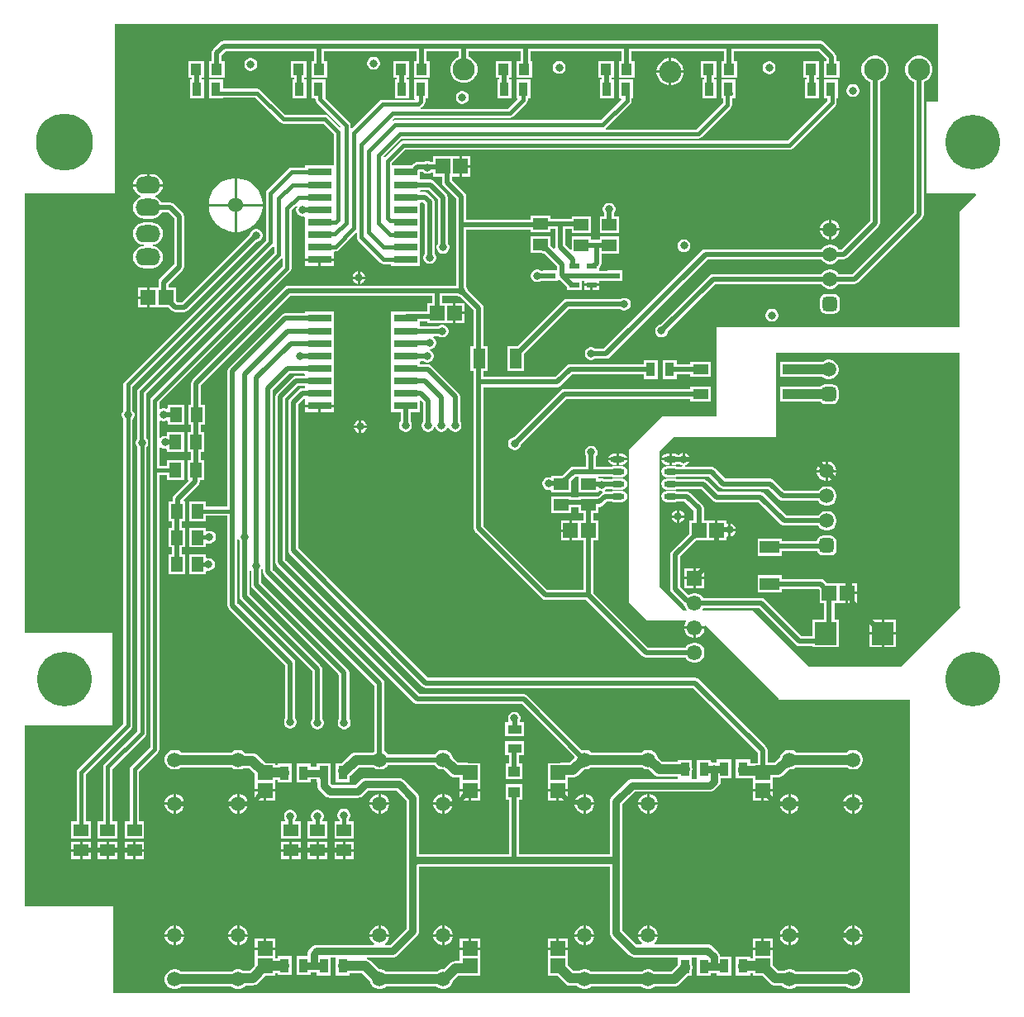
<source format=gbr>
%TF.GenerationSoftware,Altium Limited,Altium Designer,21.6.4 (81)*%
G04 Layer_Physical_Order=1*
G04 Layer_Color=255*
%FSLAX43Y43*%
%MOMM*%
%TF.SameCoordinates,6460C9BA-4ACB-47D4-91E6-0B69D92CFE26*%
%TF.FilePolarity,Positive*%
%TF.FileFunction,Copper,L1,Top,Signal*%
%TF.Part,Single*%
G01*
G75*
%TA.AperFunction,SMDPad,CuDef*%
%ADD10R,1.200X1.100*%
%ADD11R,1.508X1.207*%
%ADD12R,1.250X2.000*%
%ADD13R,2.000X1.250*%
%ADD14R,0.950X1.450*%
%ADD15R,1.600X1.000*%
%ADD16R,1.000X0.600*%
%ADD17R,1.207X1.508*%
%ADD18O,1.450X0.600*%
%ADD19R,1.556X1.505*%
%ADD20R,1.505X1.556*%
%ADD21R,1.450X0.950*%
%ADD22R,2.200X2.350*%
%ADD23R,2.400X0.800*%
%ADD24R,2.400X0.700*%
%ADD25R,1.100X1.200*%
%TA.AperFunction,Conductor*%
%ADD26C,0.400*%
%ADD27C,0.500*%
%ADD28C,0.800*%
%ADD29C,0.300*%
%ADD30C,1.000*%
%TA.AperFunction,ComponentPad*%
%ADD31C,2.286*%
%ADD32O,2.540X1.778*%
%ADD33C,5.588*%
%ADD34C,5.842*%
%ADD35C,1.524*%
G04:AMPARAMS|DCode=36|XSize=1.5mm|YSize=1.5mm|CornerRadius=0.375mm|HoleSize=0mm|Usage=FLASHONLY|Rotation=90.000|XOffset=0mm|YOffset=0mm|HoleType=Round|Shape=RoundedRectangle|*
%AMROUNDEDRECTD36*
21,1,1.500,0.750,0,0,90.0*
21,1,0.750,1.500,0,0,90.0*
1,1,0.750,0.375,0.375*
1,1,0.750,0.375,-0.375*
1,1,0.750,-0.375,-0.375*
1,1,0.750,-0.375,0.375*
%
%ADD36ROUNDEDRECTD36*%
%ADD37C,1.500*%
%ADD38C,1.550*%
%ADD39R,1.550X1.550*%
%TA.AperFunction,ViaPad*%
%ADD40C,0.800*%
G36*
X96189Y40050D02*
X96217Y39912D01*
X96245Y39870D01*
X90159Y33784D01*
X80710D01*
X74960Y39534D01*
X69846D01*
X69797Y39652D01*
X69823Y39678D01*
X69886Y39786D01*
X75662D01*
X79407Y36042D01*
X79573Y35930D01*
X79770Y35891D01*
X81096D01*
Y35771D01*
X83804D01*
Y38629D01*
X83337D01*
Y40293D01*
X84498D01*
Y41325D01*
X84625D01*
D01*
X84498D01*
Y42357D01*
X82544D01*
X82263Y42638D01*
X82096Y42750D01*
X81899Y42789D01*
X77979D01*
Y43154D01*
X75471D01*
Y41396D01*
X77979D01*
Y41761D01*
X81686D01*
X81817Y41630D01*
Y40293D01*
X82310D01*
Y38629D01*
X81096D01*
Y36919D01*
X79983D01*
X76238Y40663D01*
X76072Y40775D01*
X75875Y40814D01*
X69897D01*
X69823Y40942D01*
X69632Y41133D01*
X69397Y41269D01*
X69135Y41339D01*
X68865D01*
X68603Y41269D01*
X68368Y41133D01*
X68356Y41121D01*
X67539Y41938D01*
Y45062D01*
X69170Y46693D01*
X71124D01*
Y47725D01*
Y48757D01*
X69963D01*
Y50001D01*
X69924Y50197D01*
X69813Y50364D01*
X68583Y51593D01*
X68417Y51705D01*
X68220Y51744D01*
X67253D01*
X67241Y51752D01*
X67025Y51795D01*
X66175D01*
X65959Y51752D01*
X65776Y51629D01*
X65653Y51446D01*
X65610Y51230D01*
X65653Y51014D01*
X65776Y50831D01*
X65959Y50708D01*
X66175Y50665D01*
X67025D01*
X67241Y50708D01*
X67253Y50716D01*
X68007D01*
X68935Y49788D01*
Y48757D01*
X68443D01*
Y47420D01*
X66662Y45638D01*
X66550Y45472D01*
X66511Y45275D01*
Y41725D01*
X66550Y41528D01*
X66662Y41362D01*
X67876Y40148D01*
X68001Y40064D01*
X68041Y39913D01*
X68177Y39678D01*
X68203Y39652D01*
X68154Y39534D01*
X67835D01*
X65400Y41969D01*
Y55818D01*
X66857Y57275D01*
X77385Y57284D01*
Y65984D01*
X96189D01*
Y40050D01*
D02*
G37*
G36*
X93950Y91700D02*
X92812D01*
Y82275D01*
X97799D01*
X97847Y82158D01*
X96295Y80605D01*
X96217Y80488D01*
X96189Y80350D01*
Y68584D01*
X71285D01*
Y59409D01*
X65710D01*
X62285Y55984D01*
Y40384D01*
X64110Y38559D01*
X68168D01*
X68217Y38442D01*
X68177Y38402D01*
X68041Y38167D01*
X67971Y37905D01*
Y37897D01*
X69000D01*
X70029D01*
Y37905D01*
X70018Y37946D01*
X70132Y38012D01*
X77735Y30409D01*
X91050D01*
Y361D01*
X9475Y361D01*
Y9225D01*
X361D01*
X361Y27800D01*
X9375D01*
Y37250D01*
X361D01*
X361Y82250D01*
X9650D01*
Y99639D01*
X93950Y99639D01*
Y91700D01*
D02*
G37*
%LPC*%
G36*
X82907Y65249D02*
X82643D01*
X82387Y65181D01*
X82159Y65048D01*
X82126Y65016D01*
X79854D01*
Y65019D01*
X77746D01*
Y63511D01*
X78685D01*
X78810Y63494D01*
X82106D01*
X82159Y63442D01*
X82387Y63309D01*
X82643Y63241D01*
X82907D01*
X83163Y63309D01*
X83391Y63442D01*
X83578Y63629D01*
X83711Y63857D01*
X83779Y64113D01*
Y64377D01*
X83711Y64633D01*
X83578Y64861D01*
X83391Y65048D01*
X83163Y65181D01*
X82907Y65249D01*
D02*
G37*
G36*
X83150Y62721D02*
X82400D01*
X82155Y62673D01*
X81947Y62533D01*
X81908Y62476D01*
X79854D01*
Y62479D01*
X77746D01*
Y60971D01*
X78685D01*
X78810Y60954D01*
X81894D01*
X81947Y60877D01*
X82155Y60737D01*
X82400Y60689D01*
X83150D01*
X83395Y60737D01*
X83603Y60877D01*
X83743Y61085D01*
X83791Y61330D01*
Y62080D01*
X83743Y62325D01*
X83603Y62533D01*
X83395Y62673D01*
X83150Y62721D01*
D02*
G37*
G36*
X67773Y55693D02*
X67648Y55659D01*
X67498Y55573D01*
X67389Y55463D01*
X67241Y55562D01*
X67025Y55605D01*
X66727D01*
Y55040D01*
Y54475D01*
X67025D01*
X67241Y54518D01*
X67400Y54625D01*
X67498Y54527D01*
X67648Y54441D01*
X67758Y54411D01*
X67742Y54284D01*
X67253D01*
X67241Y54292D01*
X67025Y54335D01*
X66175D01*
X65959Y54292D01*
X65776Y54169D01*
X65653Y53986D01*
X65610Y53770D01*
X65653Y53554D01*
X65776Y53371D01*
X65959Y53248D01*
X66175Y53205D01*
X67025D01*
X67241Y53248D01*
X67253Y53256D01*
X70517D01*
X71609Y52165D01*
X71775Y52053D01*
X71972Y52014D01*
X76559D01*
X77667Y50907D01*
X77833Y50795D01*
X78030Y50756D01*
X81687D01*
X81747Y50654D01*
X81934Y50467D01*
X82162Y50334D01*
X82418Y50266D01*
X82682D01*
X82938Y50334D01*
X83166Y50467D01*
X83353Y50654D01*
X83486Y50882D01*
X83554Y51138D01*
Y51402D01*
X83486Y51658D01*
X83353Y51886D01*
X83166Y52073D01*
X82938Y52206D01*
X82682Y52274D01*
X82418D01*
X82162Y52206D01*
X81934Y52073D01*
X81747Y51886D01*
X81687Y51784D01*
X78243D01*
X77135Y52891D01*
X76969Y53003D01*
X76772Y53042D01*
X72185D01*
X71093Y54133D01*
X70927Y54245D01*
X70730Y54284D01*
X68058D01*
X68042Y54411D01*
X68152Y54441D01*
X68302Y54527D01*
X68423Y54648D01*
X68509Y54798D01*
X68543Y54923D01*
X67900D01*
Y55050D01*
X67773D01*
Y55693D01*
D02*
G37*
G36*
X68027D02*
Y55177D01*
X68543D01*
X68509Y55302D01*
X68423Y55452D01*
X68302Y55573D01*
X68152Y55659D01*
X68027Y55693D01*
D02*
G37*
G36*
X66473Y55605D02*
X66175D01*
X65959Y55562D01*
X65776Y55439D01*
X65653Y55256D01*
X65635Y55167D01*
X66473D01*
Y55605D01*
D02*
G37*
G36*
Y54913D02*
X65635D01*
X65653Y54824D01*
X65776Y54641D01*
X65959Y54518D01*
X66175Y54475D01*
X66473D01*
Y54913D01*
D02*
G37*
G36*
X82682Y54814D02*
X82677D01*
Y53937D01*
X83554D01*
Y53942D01*
X83486Y54198D01*
X83353Y54426D01*
X83166Y54613D01*
X82938Y54746D01*
X82682Y54814D01*
D02*
G37*
G36*
X82423D02*
X82418D01*
X82162Y54746D01*
X81934Y54613D01*
X81747Y54426D01*
X81614Y54198D01*
X81546Y53942D01*
Y53937D01*
X82423D01*
Y54814D01*
D02*
G37*
G36*
X83554Y53683D02*
X82677D01*
Y52806D01*
X82682D01*
X82938Y52874D01*
X83166Y53007D01*
X83353Y53194D01*
X83486Y53422D01*
X83554Y53678D01*
Y53683D01*
D02*
G37*
G36*
X82423D02*
X81546D01*
Y53678D01*
X81614Y53422D01*
X81747Y53194D01*
X81934Y53007D01*
X82162Y52874D01*
X82418Y52806D01*
X82423D01*
Y53683D01*
D02*
G37*
G36*
X67452Y49818D02*
Y49302D01*
X67968D01*
X67934Y49427D01*
X67848Y49577D01*
X67727Y49698D01*
X67577Y49784D01*
X67452Y49818D01*
D02*
G37*
G36*
X67198D02*
X67073Y49784D01*
X66923Y49698D01*
X66802Y49577D01*
X66716Y49427D01*
X66682Y49302D01*
X67198D01*
Y49818D01*
D02*
G37*
G36*
X67968Y49048D02*
X67452D01*
Y48532D01*
X67577Y48566D01*
X67727Y48652D01*
X67848Y48773D01*
X67934Y48923D01*
X67968Y49048D01*
D02*
G37*
G36*
X67198D02*
X66682D01*
X66716Y48923D01*
X66802Y48773D01*
X66923Y48652D01*
X67073Y48566D01*
X67198Y48532D01*
Y49048D01*
D02*
G37*
G36*
X72727Y48443D02*
Y47927D01*
X73243D01*
X73209Y48052D01*
X73123Y48202D01*
X73002Y48323D01*
X72852Y48409D01*
X72727Y48443D01*
D02*
G37*
G36*
X67025Y53065D02*
X66175D01*
X65959Y53022D01*
X65776Y52899D01*
X65653Y52716D01*
X65610Y52500D01*
X65653Y52284D01*
X65776Y52101D01*
X65959Y51978D01*
X66175Y51935D01*
X67025D01*
X67241Y51978D01*
X67253Y51986D01*
X69712D01*
X70887Y50812D01*
X71053Y50700D01*
X71250Y50661D01*
X75562D01*
X77857Y48367D01*
X78023Y48255D01*
X78220Y48216D01*
X81687D01*
X81747Y48114D01*
X81934Y47927D01*
X82162Y47794D01*
X82418Y47726D01*
X82682D01*
X82938Y47794D01*
X83166Y47927D01*
X83353Y48114D01*
X83486Y48342D01*
X83554Y48598D01*
Y48862D01*
X83486Y49118D01*
X83353Y49346D01*
X83166Y49533D01*
X82938Y49666D01*
X82682Y49734D01*
X82418D01*
X82162Y49666D01*
X81934Y49533D01*
X81747Y49346D01*
X81687Y49244D01*
X78433D01*
X76138Y51538D01*
X75972Y51650D01*
X75775Y51689D01*
X71463D01*
X70288Y52863D01*
X70122Y52975D01*
X69925Y53014D01*
X67253D01*
X67241Y53022D01*
X67025Y53065D01*
D02*
G37*
G36*
X72257Y48757D02*
X71378D01*
Y47725D01*
Y46693D01*
X72257D01*
Y47112D01*
X72384Y47181D01*
X72473Y47157D01*
Y47800D01*
Y48443D01*
X72384Y48419D01*
X72257Y48488D01*
Y48757D01*
D02*
G37*
G36*
X73243Y47673D02*
X72727D01*
Y47157D01*
X72852Y47191D01*
X73002Y47277D01*
X73123Y47398D01*
X73209Y47548D01*
X73243Y47673D01*
D02*
G37*
G36*
X82925Y47206D02*
X82175D01*
X81930Y47158D01*
X81722Y47018D01*
X81582Y46810D01*
X81545Y46621D01*
X77979D01*
Y46904D01*
X75471D01*
Y45146D01*
X77979D01*
Y45594D01*
X81578D01*
X81582Y45570D01*
X81722Y45362D01*
X81930Y45222D01*
X82175Y45174D01*
X82925D01*
X83170Y45222D01*
X83378Y45362D01*
X83518Y45570D01*
X83566Y45815D01*
Y46565D01*
X83518Y46810D01*
X83378Y47018D01*
X83170Y47158D01*
X82925Y47206D01*
D02*
G37*
G36*
X70029Y43879D02*
X69127D01*
Y42977D01*
X70029D01*
Y43879D01*
D02*
G37*
G36*
X68873D02*
X67971D01*
Y42977D01*
X68873D01*
Y43879D01*
D02*
G37*
G36*
X70029Y42723D02*
X69127D01*
Y41821D01*
X70029D01*
Y42723D01*
D02*
G37*
G36*
X68873D02*
X67971D01*
Y41821D01*
X68873D01*
Y42723D01*
D02*
G37*
G36*
X85631Y42357D02*
X84752D01*
Y41452D01*
X85631D01*
Y42357D01*
D02*
G37*
G36*
Y41198D02*
X84752D01*
Y40293D01*
X85631D01*
Y41198D01*
D02*
G37*
G36*
X89654Y38629D02*
X88427D01*
Y37327D01*
X89654D01*
Y38629D01*
D02*
G37*
G36*
X88173D02*
X86946D01*
Y37327D01*
X88173D01*
Y38629D01*
D02*
G37*
G36*
X89654Y37073D02*
X88427D01*
Y35771D01*
X89654D01*
Y37073D01*
D02*
G37*
G36*
X88173D02*
X86946D01*
Y35771D01*
X88173D01*
Y37073D01*
D02*
G37*
G36*
X36236Y96279D02*
X36064D01*
X35898Y96234D01*
X35748Y96148D01*
X35627Y96027D01*
X35541Y95877D01*
X35496Y95711D01*
Y95539D01*
X35541Y95373D01*
X35627Y95223D01*
X35748Y95102D01*
X35898Y95016D01*
X36064Y94971D01*
X36236D01*
X36402Y95016D01*
X36552Y95102D01*
X36673Y95223D01*
X36759Y95373D01*
X36804Y95539D01*
Y95711D01*
X36759Y95877D01*
X36673Y96027D01*
X36552Y96148D01*
X36402Y96234D01*
X36236Y96279D01*
D02*
G37*
G36*
X66709Y96147D02*
X66652D01*
Y94877D01*
X67922D01*
Y94934D01*
X67827Y95289D01*
X67643Y95608D01*
X67383Y95868D01*
X67064Y96052D01*
X66709Y96147D01*
D02*
G37*
G36*
X66398D02*
X66341D01*
X65986Y96052D01*
X65667Y95868D01*
X65407Y95608D01*
X65223Y95289D01*
X65128Y94934D01*
Y94877D01*
X66398D01*
Y96147D01*
D02*
G37*
G36*
X23636Y96154D02*
X23464D01*
X23298Y96109D01*
X23148Y96023D01*
X23027Y95902D01*
X22941Y95752D01*
X22896Y95586D01*
Y95414D01*
X22941Y95248D01*
X23027Y95098D01*
X23148Y94977D01*
X23298Y94891D01*
X23464Y94846D01*
X23636D01*
X23802Y94891D01*
X23952Y94977D01*
X24073Y95098D01*
X24159Y95248D01*
X24204Y95414D01*
Y95586D01*
X24159Y95752D01*
X24073Y95902D01*
X23952Y96023D01*
X23802Y96109D01*
X23636Y96154D01*
D02*
G37*
G36*
X55236Y95854D02*
X55064D01*
X54898Y95809D01*
X54748Y95723D01*
X54627Y95602D01*
X54541Y95452D01*
X54496Y95286D01*
Y95114D01*
X54541Y94948D01*
X54627Y94798D01*
X54748Y94677D01*
X54898Y94591D01*
X55064Y94546D01*
X55236D01*
X55402Y94591D01*
X55552Y94677D01*
X55673Y94798D01*
X55759Y94948D01*
X55804Y95114D01*
Y95286D01*
X55759Y95452D01*
X55673Y95602D01*
X55552Y95723D01*
X55402Y95809D01*
X55236Y95854D01*
D02*
G37*
G36*
X76736Y95804D02*
X76564D01*
X76398Y95759D01*
X76248Y95673D01*
X76127Y95552D01*
X76041Y95402D01*
X75996Y95236D01*
Y95064D01*
X76041Y94898D01*
X76127Y94748D01*
X76248Y94627D01*
X76398Y94541D01*
X76564Y94496D01*
X76736D01*
X76902Y94541D01*
X77052Y94627D01*
X77173Y94748D01*
X77259Y94898D01*
X77304Y95064D01*
Y95236D01*
X77259Y95402D01*
X77173Y95552D01*
X77052Y95673D01*
X76902Y95759D01*
X76736Y95804D01*
D02*
G37*
G36*
X81925Y97914D02*
X20775D01*
X20578Y97875D01*
X20412Y97763D01*
X19687Y97038D01*
X19575Y96872D01*
X19536Y96675D01*
Y95854D01*
X19246D01*
Y94146D01*
X20854D01*
Y95854D01*
X20564D01*
Y96462D01*
X20988Y96886D01*
X30036D01*
Y95854D01*
X29746D01*
Y94146D01*
X31354D01*
Y95854D01*
X31064D01*
Y96886D01*
X40536D01*
Y95854D01*
X40246D01*
Y94146D01*
X41854D01*
Y95854D01*
X41564D01*
Y96886D01*
X44861D01*
Y96309D01*
X44836Y96302D01*
X44517Y96118D01*
X44257Y95858D01*
X44073Y95539D01*
X43978Y95184D01*
Y94816D01*
X44073Y94461D01*
X44257Y94142D01*
X44517Y93882D01*
X44836Y93698D01*
X45191Y93603D01*
X45559D01*
X45914Y93698D01*
X46233Y93882D01*
X46493Y94142D01*
X46677Y94461D01*
X46772Y94816D01*
Y95184D01*
X46677Y95539D01*
X46493Y95858D01*
X46233Y96118D01*
X45914Y96302D01*
X45889Y96309D01*
Y96886D01*
X51199D01*
Y95854D01*
X50746D01*
Y94146D01*
X52354D01*
Y95854D01*
X52226D01*
Y96886D01*
X61536D01*
Y95854D01*
X61246D01*
Y94146D01*
X62854D01*
Y95854D01*
X62564D01*
Y96886D01*
X72036D01*
Y95854D01*
X71746D01*
Y94146D01*
X73354D01*
Y95854D01*
X73064D01*
Y96886D01*
X81712D01*
X82536Y96062D01*
Y95854D01*
X82246D01*
Y94146D01*
X83854D01*
Y95854D01*
X83564D01*
Y96275D01*
X83525Y96472D01*
X83413Y96638D01*
X82288Y97763D01*
X82122Y97875D01*
X81925Y97914D01*
D02*
G37*
G36*
X67922Y94623D02*
X66652D01*
Y93353D01*
X66709D01*
X67064Y93448D01*
X67383Y93632D01*
X67643Y93892D01*
X67827Y94211D01*
X67922Y94566D01*
Y94623D01*
D02*
G37*
G36*
X66398D02*
X65128D01*
Y94566D01*
X65223Y94211D01*
X65407Y93892D01*
X65667Y93632D01*
X65986Y93448D01*
X66341Y93353D01*
X66398D01*
Y94623D01*
D02*
G37*
G36*
X85336Y93479D02*
X85164D01*
X84998Y93434D01*
X84848Y93348D01*
X84727Y93227D01*
X84641Y93077D01*
X84596Y92911D01*
Y92739D01*
X84641Y92573D01*
X84727Y92423D01*
X84848Y92302D01*
X84998Y92216D01*
X85164Y92171D01*
X85336D01*
X85502Y92216D01*
X85652Y92302D01*
X85773Y92423D01*
X85859Y92573D01*
X85904Y92739D01*
Y92911D01*
X85859Y93077D01*
X85773Y93227D01*
X85652Y93348D01*
X85502Y93434D01*
X85336Y93479D01*
D02*
G37*
G36*
X81754Y95854D02*
X80146D01*
Y94146D01*
X80474D01*
Y93979D01*
X80296D01*
Y92021D01*
X81754D01*
Y93979D01*
X81501D01*
Y94146D01*
X81754D01*
Y95854D01*
D02*
G37*
G36*
X71254D02*
X69646D01*
Y94146D01*
X69974D01*
Y93979D01*
X69796D01*
Y92021D01*
X71254D01*
Y93979D01*
X71001D01*
Y94146D01*
X71254D01*
Y95854D01*
D02*
G37*
G36*
X60754D02*
X59146D01*
Y94146D01*
X59474D01*
Y93979D01*
X59296D01*
Y92021D01*
X60754D01*
Y93979D01*
X60501D01*
Y94146D01*
X60754D01*
Y95854D01*
D02*
G37*
G36*
X50254D02*
X48646D01*
Y94146D01*
X48974D01*
Y93979D01*
X48796D01*
Y92021D01*
X50254D01*
Y93979D01*
X50001D01*
Y94146D01*
X50254D01*
Y95854D01*
D02*
G37*
G36*
X39754D02*
X38146D01*
Y94146D01*
X38474D01*
Y93979D01*
X38296D01*
Y92021D01*
X39754D01*
Y93979D01*
X39501D01*
Y94146D01*
X39754D01*
Y95854D01*
D02*
G37*
G36*
X29254D02*
X27646D01*
Y94146D01*
X27974D01*
Y93979D01*
X27796D01*
Y92021D01*
X29254D01*
Y93979D01*
X29001D01*
Y94146D01*
X29254D01*
Y95854D01*
D02*
G37*
G36*
X18754D02*
X17146D01*
Y94146D01*
X17474D01*
Y93979D01*
X17296D01*
Y92021D01*
X18754D01*
Y93979D01*
X18501D01*
Y94146D01*
X18754D01*
Y95854D01*
D02*
G37*
G36*
X45311Y92779D02*
X45139D01*
X44973Y92734D01*
X44823Y92648D01*
X44702Y92527D01*
X44616Y92377D01*
X44571Y92211D01*
Y92039D01*
X44616Y91873D01*
X44702Y91723D01*
X44823Y91602D01*
X44973Y91516D01*
X45139Y91471D01*
X45311D01*
X45477Y91516D01*
X45627Y91602D01*
X45748Y91723D01*
X45834Y91873D01*
X45879Y92039D01*
Y92211D01*
X45834Y92377D01*
X45748Y92527D01*
X45627Y92648D01*
X45477Y92734D01*
X45311Y92779D01*
D02*
G37*
G36*
X83704Y93979D02*
X82246D01*
Y92021D01*
X82637D01*
Y91792D01*
X78533Y87688D01*
X39175D01*
X39175Y87688D01*
X38998Y87653D01*
X38848Y87552D01*
X38848Y87552D01*
X37310Y86015D01*
X37170Y86054D01*
X37167Y86063D01*
X39017Y87912D01*
X69400D01*
X69400Y87912D01*
X69577Y87947D01*
X69727Y88048D01*
X72727Y91048D01*
X72727Y91048D01*
X72828Y91198D01*
X72863Y91375D01*
X72863Y91375D01*
Y92021D01*
X73204D01*
Y93979D01*
X71746D01*
Y92021D01*
X71937D01*
Y91567D01*
X69208Y88838D01*
X59942D01*
X59903Y88965D01*
X59952Y88998D01*
X62442Y91487D01*
X62442Y91487D01*
X62542Y91637D01*
X62577Y91814D01*
Y92021D01*
X62704D01*
Y93979D01*
X61246D01*
Y92021D01*
X61487D01*
X61539Y91894D01*
X59433Y89788D01*
X38350D01*
X38350Y89788D01*
X38173Y89753D01*
X38140Y89731D01*
X38059Y89829D01*
X38242Y90012D01*
X50100D01*
X50100Y90012D01*
X50277Y90047D01*
X50427Y90148D01*
X51802Y91523D01*
X51903Y91673D01*
X51938Y91850D01*
X51938Y91850D01*
Y92021D01*
X52204D01*
Y93979D01*
X50746D01*
Y92021D01*
X50825D01*
X50874Y91904D01*
X49908Y90938D01*
X40999D01*
X40960Y91065D01*
X41009Y91098D01*
X41302Y91391D01*
X41302Y91391D01*
X41403Y91541D01*
X41438Y91718D01*
Y92021D01*
X41704D01*
Y93979D01*
X40246D01*
Y92021D01*
X40315D01*
X40374Y91894D01*
X40369Y91888D01*
X37075D01*
X37075Y91888D01*
X36898Y91853D01*
X36748Y91752D01*
X36748Y91752D01*
X33915Y88920D01*
X33788Y88972D01*
Y89225D01*
X33753Y89402D01*
X33652Y89552D01*
X33652Y89552D01*
X31276Y91928D01*
X31204Y92021D01*
X31204D01*
X31204Y92021D01*
Y93979D01*
X29746D01*
Y92021D01*
X30114D01*
X30174Y91913D01*
X30209Y91736D01*
X30309Y91586D01*
X32773Y89123D01*
X32771Y89113D01*
X32633Y89072D01*
X31502Y90202D01*
X31352Y90303D01*
X31175Y90338D01*
X31175Y90338D01*
X27092D01*
X24543Y92886D01*
X24393Y92987D01*
X24216Y93022D01*
X24216Y93022D01*
X20704D01*
Y93979D01*
X19246D01*
Y92021D01*
X20704D01*
Y92096D01*
X24024D01*
X26573Y89548D01*
X26573Y89548D01*
X26723Y89447D01*
X26900Y89412D01*
X26900Y89412D01*
X30983D01*
X32037Y88358D01*
Y85149D01*
X29146D01*
Y84958D01*
X27745D01*
X27745Y84958D01*
X27568Y84923D01*
X27418Y84822D01*
X27418Y84822D01*
X25223Y82627D01*
X25122Y82477D01*
X25087Y82300D01*
X25087Y82300D01*
Y77467D01*
X10648Y63027D01*
X10547Y62877D01*
X10512Y62700D01*
X10512Y62700D01*
Y60037D01*
X10452Y59977D01*
X10366Y59827D01*
X10321Y59661D01*
Y59489D01*
X10366Y59323D01*
X10452Y59173D01*
X10512Y59113D01*
Y27942D01*
X5848Y23277D01*
X5747Y23127D01*
X5712Y22950D01*
X5712Y22950D01*
Y17908D01*
X5167D01*
Y16194D01*
X7183D01*
Y17908D01*
X6638D01*
Y22758D01*
X11302Y27423D01*
X11302Y27423D01*
X11403Y27573D01*
X11438Y27750D01*
Y59113D01*
X11498Y59173D01*
X11584Y59323D01*
X11629Y59489D01*
Y59661D01*
X11584Y59827D01*
X11498Y59977D01*
X11438Y60037D01*
Y62508D01*
X25810Y76880D01*
X25937Y76828D01*
Y76217D01*
X12048Y62327D01*
X11947Y62177D01*
X11912Y62000D01*
X11912Y62000D01*
Y57187D01*
X11877Y57152D01*
X11791Y57002D01*
X11746Y56836D01*
Y56664D01*
X11791Y56498D01*
X11877Y56348D01*
X11937Y56288D01*
Y27192D01*
X8573Y23827D01*
X8472Y23677D01*
X8437Y23500D01*
X8437Y23500D01*
Y17908D01*
X7892D01*
Y16194D01*
X9908D01*
Y17908D01*
X9363D01*
Y23308D01*
X12727Y26673D01*
X12727Y26673D01*
X12828Y26823D01*
X12863Y27000D01*
X12863Y27000D01*
Y56288D01*
X12923Y56348D01*
X13009Y56498D01*
X13054Y56664D01*
Y56836D01*
X13009Y57002D01*
X12923Y57152D01*
X12838Y57237D01*
Y61808D01*
X26660Y75630D01*
X26787Y75578D01*
Y74817D01*
X13373Y61402D01*
X13272Y61252D01*
X13237Y61075D01*
X13237Y61075D01*
Y53950D01*
X13237Y53950D01*
X13237Y53950D01*
Y25517D01*
X11298Y23577D01*
X11197Y23427D01*
X11162Y23250D01*
X11162Y23250D01*
Y17908D01*
X10617D01*
Y16194D01*
X12633D01*
Y17908D01*
X12088D01*
Y23058D01*
X14027Y24998D01*
X14128Y25148D01*
X14163Y25325D01*
X14163Y25325D01*
Y53462D01*
X14992D01*
Y52917D01*
X16706D01*
Y54933D01*
X14992D01*
Y54388D01*
X14163D01*
Y56283D01*
X14290Y56335D01*
X14373Y56252D01*
X14523Y56166D01*
X14689Y56121D01*
X14861D01*
X14891Y56129D01*
X14992Y56052D01*
Y55767D01*
X16706D01*
Y57783D01*
X14992D01*
Y57498D01*
X14891Y57421D01*
X14861Y57429D01*
X14689D01*
X14523Y57384D01*
X14373Y57298D01*
X14290Y57215D01*
X14163Y57267D01*
Y58965D01*
X14290Y59038D01*
X14373Y58991D01*
X14539Y58946D01*
X14711D01*
X14877Y58991D01*
X14915Y59012D01*
X15042Y58939D01*
Y58617D01*
X16756D01*
Y60633D01*
X15042D01*
Y60261D01*
X14915Y60188D01*
X14877Y60209D01*
X14711Y60254D01*
X14539D01*
X14373Y60209D01*
X14290Y60162D01*
X14163Y60235D01*
Y60883D01*
X27577Y74298D01*
X27577Y74298D01*
X27678Y74448D01*
X27713Y74625D01*
Y80533D01*
X28213Y81033D01*
X28314Y80955D01*
X28241Y80827D01*
X28196Y80661D01*
Y80489D01*
X28241Y80323D01*
X28327Y80173D01*
X28448Y80052D01*
X28598Y79966D01*
X28764Y79921D01*
X28936D01*
X29019Y79943D01*
X29146Y79851D01*
Y78761D01*
X29146D01*
Y78699D01*
X29146D01*
Y77491D01*
X29146D01*
Y77429D01*
X29146D01*
Y76286D01*
X29146Y76221D01*
X29146Y76094D01*
Y75632D01*
X32054D01*
Y76094D01*
X32054Y76159D01*
Y76247D01*
X32144Y76337D01*
X32200D01*
X32200Y76337D01*
X32377Y76372D01*
X32527Y76473D01*
X34295Y78240D01*
X34412Y78192D01*
Y77775D01*
X34412Y77775D01*
X34447Y77598D01*
X34548Y77448D01*
X36818Y75178D01*
X36818Y75178D01*
X36968Y75077D01*
X37145Y75042D01*
X37946D01*
Y74851D01*
X40854D01*
Y76159D01*
X40854D01*
Y76221D01*
X40854D01*
Y77364D01*
X40854Y77429D01*
X40854Y77556D01*
Y78699D01*
X40854D01*
Y78761D01*
X40854D01*
Y79904D01*
X40854Y79969D01*
X40854D01*
Y80031D01*
X40854D01*
Y81239D01*
X40854D01*
Y81264D01*
X40943Y81391D01*
X41169D01*
X41361Y81199D01*
Y76136D01*
X41352Y76127D01*
X41266Y75977D01*
X41221Y75811D01*
Y75639D01*
X41266Y75473D01*
X41352Y75323D01*
X41473Y75202D01*
X41623Y75116D01*
X41789Y75071D01*
X41961D01*
X42127Y75116D01*
X42277Y75202D01*
X42398Y75323D01*
X42484Y75473D01*
X42529Y75639D01*
Y75811D01*
X42484Y75977D01*
X42398Y76127D01*
X42389Y76136D01*
Y81412D01*
X42350Y81609D01*
X42238Y81775D01*
X41745Y82268D01*
X41579Y82380D01*
X41382Y82419D01*
X40943D01*
X40854Y82509D01*
Y82534D01*
X40943Y82661D01*
X41737D01*
X42711Y81687D01*
Y77161D01*
X42702Y77152D01*
X42616Y77002D01*
X42571Y76836D01*
Y76664D01*
X42616Y76498D01*
X42702Y76348D01*
X42823Y76227D01*
X42973Y76141D01*
X43139Y76096D01*
X43311D01*
X43477Y76141D01*
X43627Y76227D01*
X43748Y76348D01*
X43834Y76498D01*
X43879Y76664D01*
Y76836D01*
X43834Y77002D01*
X43748Y77152D01*
X43739Y77161D01*
Y81900D01*
X43700Y82097D01*
X43588Y82263D01*
X42313Y83538D01*
X42147Y83650D01*
X41950Y83689D01*
X40943D01*
X40854Y83779D01*
Y83841D01*
X40854D01*
Y84484D01*
X40856Y84486D01*
X41214D01*
X41273Y84427D01*
X41423Y84341D01*
X41589Y84296D01*
X41761D01*
X41927Y84341D01*
X42077Y84427D01*
X42116Y84466D01*
X42243Y84421D01*
Y84018D01*
X43161D01*
Y83375D01*
X43200Y83178D01*
X43312Y83012D01*
X44611Y81712D01*
Y79100D01*
Y72839D01*
X27450D01*
X27253Y72800D01*
X27087Y72688D01*
X17587Y63189D01*
X17476Y63023D01*
X17437Y62826D01*
Y60633D01*
X17144D01*
Y58617D01*
X17437D01*
Y57783D01*
X17094D01*
Y55767D01*
X17437D01*
Y54933D01*
X17094D01*
Y52917D01*
X17124D01*
X17173Y52800D01*
X15673Y51300D01*
X15561Y51133D01*
X15522Y50936D01*
Y50733D01*
X15117D01*
Y48717D01*
X15485D01*
Y48033D01*
X15141D01*
Y46017D01*
X15485D01*
Y45308D01*
X15142D01*
Y43292D01*
X16856D01*
Y45308D01*
X16513D01*
Y46017D01*
X16856D01*
Y48033D01*
X16513D01*
Y48717D01*
X16831D01*
Y50733D01*
X16726D01*
X16677Y50850D01*
X18177Y52350D01*
X18289Y52517D01*
X18328Y52714D01*
Y52917D01*
X18808D01*
Y54933D01*
X18465D01*
Y55767D01*
X18808D01*
Y57783D01*
X18465D01*
Y58617D01*
X18858D01*
Y60633D01*
X18465D01*
Y62613D01*
X27663Y71811D01*
X42110D01*
Y71057D01*
X41618D01*
Y70159D01*
X39550D01*
X39500Y70149D01*
X37946D01*
Y68906D01*
X37946Y68841D01*
X37946Y68714D01*
Y67636D01*
X37946Y67571D01*
X37946Y67444D01*
Y66366D01*
X37946Y66301D01*
X37946Y66174D01*
Y65096D01*
X37946Y65031D01*
X37946Y64904D01*
Y63826D01*
X37946Y63761D01*
X37946D01*
Y63699D01*
X37946D01*
Y62556D01*
X37946Y62491D01*
X37946Y62364D01*
Y61286D01*
X37946Y61221D01*
X37946Y61094D01*
Y59851D01*
X38886D01*
Y58911D01*
X38877Y58902D01*
X38791Y58752D01*
X38746Y58586D01*
Y58414D01*
X38791Y58248D01*
X38877Y58098D01*
X38998Y57977D01*
X39148Y57891D01*
X39314Y57846D01*
X39486D01*
X39652Y57891D01*
X39802Y57977D01*
X39923Y58098D01*
X40009Y58248D01*
X40054Y58414D01*
Y58586D01*
X40009Y58752D01*
X39923Y58902D01*
X39914Y58911D01*
Y59851D01*
X40854D01*
Y61015D01*
X40981Y61067D01*
X41186Y60862D01*
Y58911D01*
X41177Y58902D01*
X41091Y58752D01*
X41046Y58586D01*
Y58414D01*
X41091Y58248D01*
X41177Y58098D01*
X41298Y57977D01*
X41448Y57891D01*
X41502Y57876D01*
X41503Y57875D01*
X41509Y57874D01*
X41614Y57846D01*
X41650D01*
X41700Y57836D01*
X41750Y57846D01*
X41786D01*
X41891Y57874D01*
X41897Y57875D01*
X41898Y57876D01*
X41952Y57891D01*
X42102Y57977D01*
X42223Y58098D01*
X42309Y58248D01*
X42334Y58340D01*
X42466D01*
X42491Y58248D01*
X42577Y58098D01*
X42698Y57977D01*
X42848Y57891D01*
X43014Y57846D01*
X43186D01*
X43352Y57891D01*
X43502Y57977D01*
X43623Y58098D01*
X43709Y58248D01*
X43722Y58294D01*
X43853D01*
X43866Y58248D01*
X43952Y58098D01*
X44073Y57977D01*
X44223Y57891D01*
X44389Y57846D01*
X44561D01*
X44727Y57891D01*
X44877Y57977D01*
X44998Y58098D01*
X45084Y58248D01*
X45129Y58414D01*
Y58586D01*
X45084Y58752D01*
X44998Y58902D01*
X44989Y58911D01*
Y61475D01*
X44950Y61672D01*
X44838Y61838D01*
X42048Y64628D01*
X41882Y64740D01*
X41685Y64779D01*
X40944D01*
X40854Y64869D01*
X40854Y65014D01*
X40944Y65104D01*
X41196D01*
X41223Y65077D01*
X41373Y64991D01*
X41539Y64946D01*
X41711D01*
X41877Y64991D01*
X42027Y65077D01*
X42148Y65198D01*
X42234Y65348D01*
X42279Y65514D01*
Y65686D01*
X42234Y65852D01*
X42148Y66002D01*
X42027Y66123D01*
X41904Y66194D01*
X41929Y66321D01*
X41986D01*
X42152Y66366D01*
X42302Y66452D01*
X42423Y66573D01*
X42509Y66723D01*
X42554Y66889D01*
Y67061D01*
X42509Y67227D01*
X42423Y67377D01*
X42302Y67498D01*
X42240Y67534D01*
X42274Y67661D01*
X42764D01*
X42773Y67652D01*
X42923Y67566D01*
X43089Y67521D01*
X43261D01*
X43427Y67566D01*
X43577Y67652D01*
X43698Y67773D01*
X43784Y67923D01*
X43829Y68089D01*
Y68261D01*
X43784Y68427D01*
X43698Y68577D01*
X43577Y68698D01*
X43427Y68784D01*
X43261Y68829D01*
X43089D01*
X42923Y68784D01*
X42773Y68698D01*
X42764Y68689D01*
X40944D01*
X40854Y68779D01*
X40854Y68906D01*
Y69131D01*
X41618D01*
Y68993D01*
X44299D01*
Y70025D01*
Y71057D01*
X43138D01*
Y71811D01*
X44714D01*
X44723Y71802D01*
X44873Y71716D01*
X45039Y71671D01*
X45052D01*
X46386Y70337D01*
Y66629D01*
X46071D01*
Y64121D01*
X46386D01*
Y62950D01*
Y47975D01*
X46425Y47778D01*
X46537Y47612D01*
X53375Y40773D01*
X53542Y40662D01*
X53739Y40622D01*
X57926D01*
X63682Y34867D01*
X63848Y34755D01*
X64045Y34716D01*
X68108D01*
X68177Y34598D01*
X68368Y34407D01*
X68603Y34271D01*
X68865Y34201D01*
X69135D01*
X69397Y34271D01*
X69632Y34407D01*
X69823Y34598D01*
X69959Y34833D01*
X70029Y35095D01*
Y35365D01*
X69959Y35627D01*
X69823Y35862D01*
X69632Y36053D01*
X69397Y36189D01*
X69135Y36259D01*
X68865D01*
X68603Y36189D01*
X68368Y36053D01*
X68177Y35862D01*
X68108Y35744D01*
X64258D01*
X58653Y41349D01*
Y46693D01*
X59131D01*
Y48757D01*
X58639D01*
Y49542D01*
X59133D01*
Y50157D01*
X59271D01*
X59468Y50196D01*
X59634Y50308D01*
X60043Y50716D01*
X60497D01*
X60509Y50708D01*
X60725Y50665D01*
X61575D01*
X61791Y50708D01*
X61974Y50831D01*
X62097Y51014D01*
X62140Y51230D01*
X62097Y51446D01*
X61974Y51629D01*
X61791Y51752D01*
X61575Y51795D01*
X60725D01*
X60509Y51752D01*
X60497Y51744D01*
X59857D01*
X59820Y51829D01*
X59815Y51866D01*
X59877Y51902D01*
X59942Y51967D01*
X60565D01*
X60725Y51935D01*
X61575D01*
X61791Y51978D01*
X61974Y52101D01*
X62097Y52284D01*
X62140Y52500D01*
X62097Y52716D01*
X61974Y52899D01*
X61791Y53022D01*
X61575Y53065D01*
X60725D01*
X60509Y53022D01*
X60468Y52995D01*
X59796D01*
X59727Y53034D01*
X59561Y53079D01*
X59389D01*
X59260Y53044D01*
X59133Y53114D01*
Y53256D01*
X60497D01*
X60509Y53248D01*
X60725Y53205D01*
X61575D01*
X61791Y53248D01*
X61974Y53371D01*
X62097Y53554D01*
X62140Y53770D01*
X62097Y53986D01*
X61974Y54169D01*
X61791Y54292D01*
X61575Y54335D01*
X60725D01*
X60509Y54292D01*
X60497Y54284D01*
X58939D01*
Y55339D01*
X58948Y55348D01*
X59034Y55498D01*
X59079Y55664D01*
Y55836D01*
X59034Y56002D01*
X58948Y56152D01*
X58827Y56273D01*
X58677Y56359D01*
X58511Y56404D01*
X58339D01*
X58173Y56359D01*
X58023Y56273D01*
X57902Y56152D01*
X57816Y56002D01*
X57771Y55836D01*
Y55664D01*
X57816Y55498D01*
X57902Y55348D01*
X57911Y55339D01*
Y54284D01*
X56595D01*
X56398Y54245D01*
X56232Y54133D01*
X55456Y53358D01*
X54367D01*
Y53271D01*
X54240Y53174D01*
X54173Y53192D01*
X54001D01*
X53835Y53147D01*
X53686Y53061D01*
X53564Y52939D01*
X53478Y52790D01*
X53433Y52624D01*
Y52452D01*
X53478Y52285D01*
X53564Y52136D01*
X53686Y52015D01*
X53835Y51929D01*
X54001Y51884D01*
X54173D01*
X54240Y51902D01*
X54367Y51804D01*
Y51644D01*
X56383D01*
Y52831D01*
X56808Y53256D01*
X57117D01*
Y51644D01*
X59133D01*
Y51736D01*
X59260Y51806D01*
X59389Y51771D01*
X59504D01*
X59542Y51644D01*
X59467Y51593D01*
X59130Y51256D01*
X57117D01*
Y51113D01*
X56383D01*
Y51256D01*
X54367D01*
Y49542D01*
X56383D01*
Y50085D01*
X57117D01*
Y49542D01*
X57611D01*
Y48757D01*
X56450D01*
Y47725D01*
Y46693D01*
X57625D01*
Y41650D01*
X53952D01*
X47414Y48188D01*
Y62436D01*
X54950D01*
X55147Y62475D01*
X55313Y62587D01*
X56463Y63736D01*
X63796D01*
Y63271D01*
X65254D01*
Y65229D01*
X63796D01*
Y64764D01*
X56250D01*
X56053Y64725D01*
X55887Y64613D01*
X54737Y63464D01*
X47414D01*
Y64121D01*
X47829D01*
Y66629D01*
X47414D01*
Y70550D01*
X47375Y70747D01*
X47263Y70913D01*
X45779Y72398D01*
Y72411D01*
X45734Y72577D01*
X45648Y72727D01*
X45639Y72736D01*
Y78586D01*
X52242D01*
Y78294D01*
X54258D01*
Y78612D01*
X54736D01*
Y76817D01*
X54749Y76752D01*
X54649Y76608D01*
X54623Y76603D01*
X54258Y76969D01*
Y77906D01*
X52242D01*
Y76192D01*
X53276D01*
X53307Y76171D01*
X53504Y76132D01*
X53641D01*
X54936Y74837D01*
Y74404D01*
X53521D01*
Y74364D01*
X53286D01*
X53277Y74373D01*
X53127Y74459D01*
X52961Y74504D01*
X52789D01*
X52623Y74459D01*
X52473Y74373D01*
X52352Y74252D01*
X52266Y74102D01*
X52221Y73936D01*
Y73764D01*
X52266Y73598D01*
X52352Y73448D01*
X52473Y73327D01*
X52623Y73241D01*
X52789Y73196D01*
X52961D01*
X53127Y73241D01*
X53277Y73327D01*
X53286Y73336D01*
X53521D01*
Y73296D01*
X55029D01*
Y73440D01*
X55156Y73492D01*
X55162Y73487D01*
X55162Y73487D01*
X55921Y72727D01*
Y72346D01*
X57429D01*
Y73336D01*
X57696D01*
Y73027D01*
X58450D01*
X59204D01*
Y73336D01*
X60096D01*
Y73296D01*
X61604D01*
Y74404D01*
X60096D01*
Y74364D01*
X59204D01*
Y74637D01*
X59338Y74771D01*
X59450Y74938D01*
X59489Y75134D01*
Y76142D01*
X61308D01*
Y77856D01*
X59292D01*
Y77513D01*
X58433D01*
Y77856D01*
X56417D01*
Y76543D01*
X56300Y76494D01*
X55764Y77030D01*
Y78612D01*
X56417D01*
Y78244D01*
X58433D01*
Y79958D01*
X56417D01*
Y79640D01*
X54258D01*
Y80008D01*
X52242D01*
Y79614D01*
X45639D01*
Y81925D01*
X45600Y82122D01*
X45488Y82288D01*
X44189Y83588D01*
Y84018D01*
X44924D01*
Y85050D01*
Y86082D01*
X42243D01*
Y85526D01*
X41986D01*
X41927Y85559D01*
X41761Y85604D01*
X41589D01*
X41423Y85559D01*
X41344Y85514D01*
X40643D01*
X40446Y85475D01*
X40280Y85363D01*
X40065Y85149D01*
X38013D01*
Y85408D01*
X39367Y86762D01*
X78725D01*
X78725Y86762D01*
X78902Y86797D01*
X79052Y86898D01*
X83427Y91273D01*
X83427Y91273D01*
X83528Y91423D01*
X83563Y91600D01*
X83563Y91600D01*
Y92021D01*
X83704D01*
Y93979D01*
D02*
G37*
G36*
X46057Y86082D02*
X45178D01*
Y85177D01*
X46057D01*
Y86082D01*
D02*
G37*
G36*
Y84923D02*
X45178D01*
Y84018D01*
X46057D01*
Y84923D01*
D02*
G37*
G36*
X13408Y84267D02*
X13154D01*
Y83241D01*
X14544D01*
X14522Y83412D01*
X14406Y83690D01*
X14223Y83929D01*
X13984Y84112D01*
X13706Y84228D01*
X13408Y84267D01*
D02*
G37*
G36*
X12900D02*
X12646D01*
X12348Y84228D01*
X12070Y84112D01*
X11831Y83929D01*
X11648Y83690D01*
X11532Y83412D01*
X11510Y83241D01*
X12900D01*
Y84267D01*
D02*
G37*
G36*
X22217Y83836D02*
X22127D01*
Y81209D01*
X24754D01*
Y81299D01*
X24686Y81727D01*
X24552Y82139D01*
X24355Y82525D01*
X24101Y82876D01*
X23794Y83183D01*
X23443Y83437D01*
X23057Y83634D01*
X22645Y83768D01*
X22217Y83836D01*
D02*
G37*
G36*
X21873D02*
X21783D01*
X21355Y83768D01*
X20943Y83634D01*
X20557Y83437D01*
X20206Y83183D01*
X19899Y82876D01*
X19645Y82525D01*
X19448Y82139D01*
X19314Y81727D01*
X19246Y81299D01*
Y81209D01*
X21873D01*
Y83836D01*
D02*
G37*
G36*
X83007Y79589D02*
X83002D01*
Y78712D01*
X83879D01*
Y78717D01*
X83811Y78973D01*
X83678Y79201D01*
X83491Y79388D01*
X83263Y79521D01*
X83007Y79589D01*
D02*
G37*
G36*
X82748D02*
X82743D01*
X82487Y79521D01*
X82259Y79388D01*
X82072Y79201D01*
X81939Y78973D01*
X81871Y78717D01*
Y78712D01*
X82748D01*
Y79589D01*
D02*
G37*
G36*
X24754Y80955D02*
X22127D01*
Y78328D01*
X22217D01*
X22645Y78396D01*
X23057Y78530D01*
X23443Y78727D01*
X23794Y78981D01*
X24101Y79288D01*
X24355Y79639D01*
X24552Y80025D01*
X24686Y80437D01*
X24754Y80865D01*
Y80955D01*
D02*
G37*
G36*
X21873D02*
X19246D01*
Y80865D01*
X19314Y80437D01*
X19448Y80025D01*
X19645Y79639D01*
X19899Y79288D01*
X20206Y78981D01*
X20557Y78727D01*
X20943Y78530D01*
X21355Y78396D01*
X21783Y78328D01*
X21873D01*
Y80955D01*
D02*
G37*
G36*
X60336Y81304D02*
X60164D01*
X59998Y81259D01*
X59848Y81173D01*
X59727Y81052D01*
X59641Y80902D01*
X59596Y80736D01*
Y80564D01*
X59641Y80398D01*
X59727Y80248D01*
X59736Y80239D01*
Y79958D01*
X59292D01*
Y78244D01*
X61308D01*
Y79958D01*
X60764D01*
Y80239D01*
X60773Y80248D01*
X60859Y80398D01*
X60904Y80564D01*
Y80736D01*
X60859Y80902D01*
X60773Y81052D01*
X60652Y81173D01*
X60502Y81259D01*
X60336Y81304D01*
D02*
G37*
G36*
X83879Y78458D02*
X83002D01*
Y77581D01*
X83007D01*
X83263Y77649D01*
X83491Y77782D01*
X83678Y77969D01*
X83811Y78197D01*
X83879Y78453D01*
Y78458D01*
D02*
G37*
G36*
X82748D02*
X81871D01*
Y78453D01*
X81939Y78197D01*
X82072Y77969D01*
X82259Y77782D01*
X82487Y77649D01*
X82743Y77581D01*
X82748D01*
Y78458D01*
D02*
G37*
G36*
X87684Y96397D02*
X87316D01*
X86961Y96302D01*
X86642Y96118D01*
X86382Y95858D01*
X86198Y95539D01*
X86103Y95184D01*
Y94816D01*
X86198Y94461D01*
X86382Y94142D01*
X86642Y93882D01*
X86961Y93698D01*
X86986Y93691D01*
Y79488D01*
X84057Y76559D01*
X83738D01*
X83678Y76661D01*
X83491Y76848D01*
X83263Y76981D01*
X83007Y77049D01*
X82743D01*
X82487Y76981D01*
X82259Y76848D01*
X82072Y76661D01*
X82012Y76559D01*
X70145D01*
X69948Y76520D01*
X69782Y76408D01*
X59737Y66364D01*
X58836D01*
X58827Y66373D01*
X58677Y66459D01*
X58511Y66504D01*
X58339D01*
X58173Y66459D01*
X58023Y66373D01*
X57902Y66252D01*
X57816Y66102D01*
X57771Y65936D01*
Y65764D01*
X57816Y65598D01*
X57902Y65448D01*
X58023Y65327D01*
X58173Y65241D01*
X58339Y65196D01*
X58511D01*
X58677Y65241D01*
X58827Y65327D01*
X58836Y65336D01*
X59950D01*
X60147Y65375D01*
X60313Y65487D01*
X70358Y75531D01*
X82012D01*
X82072Y75429D01*
X82259Y75242D01*
X82487Y75109D01*
X82743Y75041D01*
X83007D01*
X83263Y75109D01*
X83491Y75242D01*
X83678Y75429D01*
X83738Y75531D01*
X84270D01*
X84467Y75570D01*
X84633Y75682D01*
X87863Y78912D01*
X87975Y79078D01*
X88014Y79275D01*
Y93691D01*
X88039Y93698D01*
X88358Y93882D01*
X88618Y94142D01*
X88802Y94461D01*
X88897Y94816D01*
Y95184D01*
X88802Y95539D01*
X88618Y95858D01*
X88358Y96118D01*
X88039Y96302D01*
X87684Y96397D01*
D02*
G37*
G36*
X68011Y77579D02*
X67839D01*
X67673Y77534D01*
X67523Y77448D01*
X67402Y77327D01*
X67316Y77177D01*
X67271Y77011D01*
Y76839D01*
X67316Y76673D01*
X67402Y76523D01*
X67523Y76402D01*
X67673Y76316D01*
X67839Y76271D01*
X68011D01*
X68177Y76316D01*
X68327Y76402D01*
X68448Y76523D01*
X68534Y76673D01*
X68579Y76839D01*
Y77011D01*
X68534Y77177D01*
X68448Y77327D01*
X68327Y77448D01*
X68177Y77534D01*
X68011Y77579D01*
D02*
G37*
G36*
X32054Y75378D02*
X30727D01*
Y74851D01*
X32054D01*
Y75378D01*
D02*
G37*
G36*
X30473D02*
X29146D01*
Y74851D01*
X30473D01*
Y75378D01*
D02*
G37*
G36*
X13408Y79314D02*
X12646D01*
X12348Y79275D01*
X12070Y79159D01*
X11831Y78976D01*
X11648Y78737D01*
X11532Y78459D01*
X11493Y78161D01*
X11532Y77863D01*
X11648Y77585D01*
X11831Y77346D01*
X12070Y77163D01*
X12348Y77047D01*
X12567Y77019D01*
Y76890D01*
X12348Y76862D01*
X12070Y76746D01*
X11831Y76563D01*
X11648Y76324D01*
X11532Y76046D01*
X11493Y75748D01*
X11532Y75450D01*
X11648Y75172D01*
X11831Y74933D01*
X12070Y74750D01*
X12348Y74634D01*
X12646Y74595D01*
X13408D01*
X13706Y74634D01*
X13984Y74750D01*
X14223Y74933D01*
X14406Y75172D01*
X14522Y75450D01*
X14561Y75748D01*
X14522Y76046D01*
X14406Y76324D01*
X14223Y76563D01*
X13984Y76746D01*
X13706Y76862D01*
X13487Y76890D01*
Y77019D01*
X13706Y77047D01*
X13984Y77163D01*
X14223Y77346D01*
X14406Y77585D01*
X14522Y77863D01*
X14561Y78161D01*
X14522Y78459D01*
X14406Y78737D01*
X14223Y78976D01*
X13984Y79159D01*
X13706Y79275D01*
X13408Y79314D01*
D02*
G37*
G36*
X92184Y96397D02*
X91816D01*
X91461Y96302D01*
X91142Y96118D01*
X90882Y95858D01*
X90698Y95539D01*
X90603Y95184D01*
Y94816D01*
X90698Y94461D01*
X90882Y94142D01*
X91142Y93882D01*
X91461Y93698D01*
X91486Y93691D01*
Y80313D01*
X85192Y74019D01*
X83738D01*
X83678Y74121D01*
X83491Y74308D01*
X83263Y74441D01*
X83007Y74509D01*
X82743D01*
X82487Y74441D01*
X82259Y74308D01*
X82072Y74121D01*
X82012Y74019D01*
X70930D01*
X70733Y73980D01*
X70567Y73868D01*
X65552Y68854D01*
X65539D01*
X65373Y68809D01*
X65223Y68723D01*
X65102Y68602D01*
X65016Y68452D01*
X64971Y68286D01*
Y68114D01*
X65016Y67948D01*
X65102Y67798D01*
X65223Y67677D01*
X65373Y67591D01*
X65539Y67546D01*
X65711D01*
X65877Y67591D01*
X66027Y67677D01*
X66148Y67798D01*
X66234Y67948D01*
X66279Y68114D01*
Y68127D01*
X71143Y72991D01*
X82012D01*
X82072Y72889D01*
X82259Y72702D01*
X82487Y72569D01*
X82743Y72501D01*
X83007D01*
X83263Y72569D01*
X83491Y72702D01*
X83678Y72889D01*
X83738Y72991D01*
X85405D01*
X85602Y73030D01*
X85768Y73142D01*
X92363Y79737D01*
X92475Y79903D01*
X92514Y80100D01*
Y93691D01*
X92539Y93698D01*
X92858Y93882D01*
X93118Y94142D01*
X93302Y94461D01*
X93397Y94816D01*
Y95184D01*
X93302Y95539D01*
X93118Y95858D01*
X92858Y96118D01*
X92539Y96302D01*
X92184Y96397D01*
D02*
G37*
G36*
X34752Y74293D02*
Y73777D01*
X35268D01*
X35234Y73902D01*
X35148Y74052D01*
X35027Y74173D01*
X34877Y74259D01*
X34752Y74293D01*
D02*
G37*
G36*
X34498D02*
X34373Y74259D01*
X34223Y74173D01*
X34102Y74052D01*
X34016Y73902D01*
X33982Y73777D01*
X34498D01*
Y74293D01*
D02*
G37*
G36*
X35268Y73523D02*
X34752D01*
Y73007D01*
X34877Y73041D01*
X35027Y73127D01*
X35148Y73248D01*
X35234Y73398D01*
X35268Y73523D01*
D02*
G37*
G36*
X34498D02*
X33982D01*
X34016Y73398D01*
X34102Y73248D01*
X34223Y73127D01*
X34373Y73041D01*
X34498Y73007D01*
Y73523D01*
D02*
G37*
G36*
X59204Y72773D02*
X58577D01*
Y72346D01*
X59204D01*
Y72773D01*
D02*
G37*
G36*
X58323D02*
X57696D01*
Y72346D01*
X58323D01*
Y72773D01*
D02*
G37*
G36*
X12922Y72632D02*
X12043D01*
Y71727D01*
X12922D01*
Y72632D01*
D02*
G37*
G36*
Y71473D02*
X12043D01*
Y70568D01*
X12922D01*
Y71473D01*
D02*
G37*
G36*
X61911Y71579D02*
X61739D01*
X61573Y71534D01*
X61450Y71464D01*
X55924D01*
X55728Y71425D01*
X55561Y71313D01*
X50877Y66629D01*
X49821D01*
Y64121D01*
X51579D01*
Y65878D01*
X56137Y70436D01*
X61389D01*
X61423Y70402D01*
X61573Y70316D01*
X61739Y70271D01*
X61911D01*
X62077Y70316D01*
X62227Y70402D01*
X62348Y70523D01*
X62434Y70673D01*
X62479Y70839D01*
Y71011D01*
X62434Y71177D01*
X62348Y71327D01*
X62227Y71448D01*
X62077Y71534D01*
X61911Y71579D01*
D02*
G37*
G36*
X45432Y71057D02*
X44553D01*
Y70152D01*
X45432D01*
Y71057D01*
D02*
G37*
G36*
X14544Y82987D02*
X11510D01*
X11532Y82816D01*
X11648Y82538D01*
X11831Y82299D01*
X12070Y82116D01*
X12253Y82040D01*
Y81902D01*
X12070Y81826D01*
X11831Y81643D01*
X11648Y81404D01*
X11532Y81126D01*
X11493Y80828D01*
X11532Y80530D01*
X11648Y80252D01*
X11831Y80013D01*
X12070Y79830D01*
X12348Y79714D01*
X12646Y79675D01*
X13408D01*
X13706Y79714D01*
X13984Y79830D01*
X14223Y80013D01*
X14406Y80252D01*
X14432Y80314D01*
X15109D01*
X15686Y79737D01*
Y74988D01*
X14237Y73538D01*
X14125Y73372D01*
X14086Y73175D01*
Y72632D01*
X13176D01*
Y71600D01*
Y70568D01*
X15156D01*
X15462Y70262D01*
X15629Y70150D01*
X15826Y70111D01*
X16750D01*
X16947Y70150D01*
X17113Y70262D01*
X24173Y77321D01*
X24186D01*
X24352Y77366D01*
X24502Y77452D01*
X24623Y77573D01*
X24709Y77723D01*
X24754Y77889D01*
Y78061D01*
X24709Y78227D01*
X24623Y78377D01*
X24502Y78498D01*
X24352Y78584D01*
X24186Y78629D01*
X24014D01*
X23848Y78584D01*
X23698Y78498D01*
X23577Y78377D01*
X23491Y78227D01*
X23446Y78061D01*
Y78048D01*
X16537Y71139D01*
X16039D01*
X15857Y71320D01*
Y72632D01*
X15114D01*
Y72962D01*
X16563Y74412D01*
X16675Y74578D01*
X16714Y74775D01*
Y79950D01*
X16675Y80147D01*
X16563Y80313D01*
X15685Y81191D01*
X15519Y81303D01*
X15322Y81342D01*
X14432D01*
X14406Y81404D01*
X14223Y81643D01*
X13984Y81826D01*
X13801Y81902D01*
Y82040D01*
X13984Y82116D01*
X14223Y82299D01*
X14406Y82538D01*
X14522Y82816D01*
X14544Y82987D01*
D02*
G37*
G36*
X83250Y71981D02*
X82500D01*
X82255Y71933D01*
X82047Y71793D01*
X81908Y71585D01*
X81859Y71340D01*
Y70590D01*
X81908Y70345D01*
X82047Y70137D01*
X82255Y69997D01*
X82500Y69949D01*
X83250D01*
X83495Y69997D01*
X83703Y70137D01*
X83842Y70345D01*
X83891Y70590D01*
Y71340D01*
X83842Y71585D01*
X83703Y71793D01*
X83495Y71933D01*
X83250Y71981D01*
D02*
G37*
G36*
X77036Y70454D02*
X76864D01*
X76698Y70409D01*
X76548Y70323D01*
X76427Y70202D01*
X76341Y70052D01*
X76296Y69886D01*
Y69714D01*
X76341Y69548D01*
X76427Y69398D01*
X76548Y69277D01*
X76698Y69191D01*
X76864Y69146D01*
X77036D01*
X77202Y69191D01*
X77352Y69277D01*
X77473Y69398D01*
X77559Y69548D01*
X77604Y69714D01*
Y69886D01*
X77559Y70052D01*
X77473Y70202D01*
X77352Y70323D01*
X77202Y70409D01*
X77036Y70454D01*
D02*
G37*
G36*
X45432Y69898D02*
X44553D01*
Y68993D01*
X45432D01*
Y69898D01*
D02*
G37*
G36*
X67204Y65229D02*
X65746D01*
Y63271D01*
X67204D01*
Y63719D01*
X68596D01*
Y63511D01*
X70704D01*
Y65019D01*
X68596D01*
Y64747D01*
X67204D01*
Y65229D01*
D02*
G37*
G36*
X70704Y62479D02*
X68596D01*
Y62239D01*
X55650D01*
X55453Y62200D01*
X55287Y62088D01*
X50502Y57304D01*
X50489D01*
X50323Y57259D01*
X50173Y57173D01*
X50052Y57052D01*
X49966Y56902D01*
X49921Y56736D01*
Y56564D01*
X49966Y56398D01*
X50052Y56248D01*
X50173Y56127D01*
X50323Y56041D01*
X50489Y55996D01*
X50661D01*
X50827Y56041D01*
X50977Y56127D01*
X51098Y56248D01*
X51184Y56398D01*
X51229Y56564D01*
Y56577D01*
X55863Y61211D01*
X68596D01*
Y60971D01*
X70704D01*
Y62479D01*
D02*
G37*
G36*
X32054Y70149D02*
X29146D01*
Y70009D01*
X27070D01*
X26873Y69970D01*
X26707Y69858D01*
X21312Y64463D01*
X21200Y64297D01*
X21161Y64100D01*
Y50188D01*
X18933D01*
Y50733D01*
X17219D01*
Y48717D01*
X18933D01*
Y49262D01*
X21161D01*
Y40075D01*
X21200Y39878D01*
X21312Y39712D01*
X27086Y33937D01*
Y28511D01*
X27077Y28502D01*
X26991Y28352D01*
X26946Y28186D01*
Y28014D01*
X26991Y27848D01*
X27077Y27698D01*
X27198Y27577D01*
X27348Y27491D01*
X27514Y27446D01*
X27686D01*
X27852Y27491D01*
X28002Y27577D01*
X28123Y27698D01*
X28209Y27848D01*
X28254Y28014D01*
Y28186D01*
X28209Y28352D01*
X28123Y28502D01*
X28114Y28511D01*
Y34150D01*
X28075Y34347D01*
X27963Y34513D01*
X22189Y40288D01*
Y46805D01*
X22316Y46823D01*
X22402Y46673D01*
X22411Y46664D01*
Y40975D01*
X22450Y40778D01*
X22562Y40612D01*
X29861Y33312D01*
Y28411D01*
X29852Y28402D01*
X29766Y28252D01*
X29721Y28086D01*
Y27914D01*
X29766Y27748D01*
X29852Y27598D01*
X29973Y27477D01*
X30123Y27391D01*
X30289Y27346D01*
X30461D01*
X30627Y27391D01*
X30777Y27477D01*
X30898Y27598D01*
X30984Y27748D01*
X31029Y27914D01*
Y28086D01*
X30984Y28252D01*
X30898Y28402D01*
X30889Y28411D01*
Y33525D01*
X30850Y33722D01*
X30738Y33888D01*
X23439Y41188D01*
Y43569D01*
X23566Y43632D01*
X23586Y43616D01*
Y42175D01*
X23625Y41978D01*
X23737Y41812D01*
X32611Y32937D01*
Y28411D01*
X32602Y28402D01*
X32516Y28252D01*
X32471Y28086D01*
Y27914D01*
X32516Y27748D01*
X32602Y27598D01*
X32723Y27477D01*
X32873Y27391D01*
X33039Y27346D01*
X33211D01*
X33377Y27391D01*
X33527Y27477D01*
X33648Y27598D01*
X33734Y27748D01*
X33779Y27914D01*
Y28086D01*
X33734Y28252D01*
X33648Y28402D01*
X33639Y28411D01*
Y33150D01*
X33600Y33347D01*
X33488Y33513D01*
X24614Y42388D01*
Y43714D01*
X24623Y43723D01*
X24684Y43829D01*
X24811Y43795D01*
Y43475D01*
X24850Y43278D01*
X24962Y43112D01*
X36236Y31837D01*
Y25113D01*
X36134Y25053D01*
X36091Y25011D01*
X34325D01*
X34128Y24985D01*
X33945Y24909D01*
X33787Y24788D01*
X32878Y23879D01*
X32246D01*
Y23174D01*
X32239Y23125D01*
X32246Y23076D01*
Y21921D01*
X33704D01*
Y22561D01*
X33738Y22587D01*
X34640Y23489D01*
X36091D01*
X36134Y23447D01*
X36362Y23314D01*
X36618Y23246D01*
X36882D01*
X37138Y23314D01*
X37366Y23447D01*
X37553Y23634D01*
X37613Y23736D01*
X42387D01*
X42447Y23634D01*
X42634Y23447D01*
X42862Y23314D01*
X43118Y23246D01*
X43314D01*
X43944Y22615D01*
X44102Y22494D01*
X44285Y22419D01*
X44482Y22393D01*
X44968D01*
Y21894D01*
Y21226D01*
X46000D01*
X47032D01*
Y21894D01*
Y23907D01*
X45797D01*
X45748Y23914D01*
X44797D01*
X44227Y24484D01*
X44186Y24638D01*
X44053Y24866D01*
X43866Y25053D01*
X43638Y25186D01*
X43382Y25254D01*
X43118D01*
X42862Y25186D01*
X42634Y25053D01*
X42447Y24866D01*
X42387Y24764D01*
X37613D01*
X37553Y24866D01*
X37366Y25053D01*
X37264Y25113D01*
Y32050D01*
X37225Y32247D01*
X37113Y32413D01*
X25839Y43688D01*
Y62137D01*
X27553Y63851D01*
X29056D01*
X29146Y63761D01*
Y63683D01*
X29056Y63594D01*
X28180D01*
X27983Y63554D01*
X27816Y63443D01*
X26212Y61838D01*
X26100Y61672D01*
X26061Y61475D01*
Y44500D01*
X26100Y44303D01*
X26212Y44137D01*
X40262Y30087D01*
X40428Y29975D01*
X40625Y29936D01*
X51337D01*
X56777Y24497D01*
X56773Y24484D01*
X56203Y23914D01*
X55252D01*
X55203Y23907D01*
X53968D01*
Y21894D01*
Y21226D01*
X55000D01*
X56032D01*
Y21894D01*
Y22393D01*
X56518D01*
X56715Y22419D01*
X56898Y22494D01*
X57056Y22615D01*
X57686Y23246D01*
X57882D01*
X58138Y23314D01*
X58366Y23447D01*
X58409Y23489D01*
X63591D01*
X63634Y23447D01*
X63862Y23314D01*
X64118Y23246D01*
X64314D01*
X64848Y22712D01*
X65005Y22591D01*
X65081Y22560D01*
X65188Y22515D01*
X65385Y22489D01*
X67296D01*
Y22285D01*
X62600D01*
X62429Y22262D01*
X62270Y22196D01*
X62134Y22091D01*
X60509Y20466D01*
X60404Y20330D01*
X60338Y20171D01*
X60315Y20000D01*
Y14585D01*
X51014D01*
Y20146D01*
X51354D01*
Y21754D01*
X49646D01*
Y20146D01*
X49986D01*
Y14585D01*
X40810D01*
Y20325D01*
X40787Y20496D01*
X40721Y20655D01*
X40616Y20791D01*
X39216Y22191D01*
X39080Y22296D01*
X38921Y22362D01*
X38750Y22385D01*
X35250D01*
X35079Y22362D01*
X34920Y22296D01*
X34784Y22191D01*
X34252Y21660D01*
X31884D01*
X31750Y21794D01*
X31754Y21921D01*
X31754D01*
Y23879D01*
X30296D01*
Y23547D01*
X29704D01*
Y23854D01*
X28246D01*
Y21896D01*
X29704D01*
Y22228D01*
X30296D01*
Y21921D01*
X30365D01*
Y21586D01*
X30388Y21415D01*
X30454Y21256D01*
X30559Y21119D01*
X31144Y20534D01*
X31281Y20429D01*
X31440Y20363D01*
X31611Y20340D01*
X34525D01*
X34696Y20363D01*
X34855Y20429D01*
X34991Y20534D01*
X35523Y21065D01*
X38477D01*
X39490Y20052D01*
Y13650D01*
Y6973D01*
X37802Y5285D01*
X37340D01*
X37306Y5412D01*
X37366Y5447D01*
X37553Y5634D01*
X37686Y5862D01*
X37754Y6118D01*
Y6123D01*
X35746D01*
Y6118D01*
X35814Y5862D01*
X35947Y5634D01*
X36134Y5447D01*
X36194Y5412D01*
X36160Y5285D01*
X30284D01*
X30113Y5262D01*
X29954Y5196D01*
X29817Y5091D01*
X29534Y4808D01*
X29429Y4671D01*
X29363Y4512D01*
X29340Y4341D01*
Y4129D01*
X28246D01*
Y2171D01*
X29704D01*
Y2453D01*
X30296D01*
Y2121D01*
X31754D01*
Y3965D01*
X32246D01*
Y3310D01*
X32240Y3297D01*
X32214Y3100D01*
X32240Y2903D01*
X32246Y2890D01*
Y2121D01*
X33704D01*
Y2339D01*
X34950D01*
X35773Y1516D01*
X35814Y1362D01*
X35947Y1134D01*
X36134Y947D01*
X36362Y814D01*
X36618Y746D01*
X36882D01*
X37138Y814D01*
X37366Y947D01*
X37409Y989D01*
X42591D01*
X42634Y947D01*
X42862Y814D01*
X43118Y746D01*
X43382D01*
X43638Y814D01*
X43866Y947D01*
X44053Y1134D01*
X44186Y1362D01*
X44227Y1516D01*
X44797Y2086D01*
X45748D01*
X45797Y2093D01*
X47032D01*
Y3894D01*
Y4774D01*
X46000D01*
Y4901D01*
D01*
Y4774D01*
X44968D01*
Y3894D01*
Y3607D01*
X44482D01*
X44285Y3581D01*
X44102Y3506D01*
X43944Y3385D01*
X43314Y2754D01*
X43118D01*
X42862Y2686D01*
X42634Y2553D01*
X42591Y2511D01*
X37409D01*
X37366Y2553D01*
X37138Y2686D01*
X36882Y2754D01*
X36686D01*
X35802Y3638D01*
X35645Y3759D01*
X35462Y3835D01*
X35433Y3838D01*
X35441Y3965D01*
X38075D01*
X38246Y3988D01*
X38405Y4054D01*
X38541Y4159D01*
X40616Y6234D01*
X40721Y6370D01*
X40787Y6529D01*
X40810Y6700D01*
Y13265D01*
X60315D01*
Y6500D01*
X60338Y6329D01*
X60404Y6170D01*
X60509Y6034D01*
X62334Y4209D01*
X62470Y4104D01*
X62629Y4038D01*
X62800Y4015D01*
X67296D01*
Y3260D01*
X67290Y3247D01*
X67282Y3182D01*
X66610Y2511D01*
X64909D01*
X64866Y2553D01*
X64638Y2686D01*
X64382Y2754D01*
X64118D01*
X63862Y2686D01*
X63634Y2553D01*
X63591Y2511D01*
X58409D01*
X58366Y2553D01*
X58138Y2686D01*
X57882Y2754D01*
X57618D01*
X57362Y2686D01*
X57225Y2606D01*
X56594D01*
X56032Y3168D01*
Y3894D01*
Y4774D01*
X55000D01*
Y4901D01*
D01*
Y4774D01*
X53968D01*
Y3894D01*
Y2093D01*
X54957D01*
X55742Y1308D01*
X55899Y1187D01*
X56083Y1111D01*
X56279Y1085D01*
X56995D01*
X57134Y947D01*
X57362Y814D01*
X57618Y746D01*
X57882D01*
X58138Y814D01*
X58366Y947D01*
X58409Y989D01*
X63591D01*
X63634Y947D01*
X63862Y814D01*
X64118Y746D01*
X64382D01*
X64638Y814D01*
X64866Y947D01*
X64909Y989D01*
X66925D01*
X67122Y1015D01*
X67305Y1091D01*
X67463Y1212D01*
X68322Y2071D01*
X68754D01*
Y2640D01*
X68760Y2653D01*
X68786Y2850D01*
Y3050D01*
X68760Y3247D01*
X68754Y3260D01*
Y4015D01*
X69246D01*
Y2071D01*
X70704D01*
Y2390D01*
X71296D01*
Y2121D01*
X72754D01*
Y4079D01*
X71631D01*
X71612Y4221D01*
X71546Y4380D01*
X71441Y4516D01*
X70816Y5141D01*
X70680Y5246D01*
X70521Y5312D01*
X70350Y5335D01*
X64903D01*
X64882Y5462D01*
X65053Y5634D01*
X65186Y5862D01*
X65254Y6118D01*
Y6123D01*
X63246D01*
Y6118D01*
X63314Y5862D01*
X63447Y5634D01*
X63618Y5462D01*
X63597Y5335D01*
X63073D01*
X61635Y6773D01*
Y13925D01*
Y19727D01*
X62873Y20965D01*
X70616D01*
X70787Y20988D01*
X70946Y21054D01*
X71083Y21159D01*
X71479Y21555D01*
X71584Y21691D01*
X71650Y21850D01*
X71672Y22021D01*
Y22321D01*
X72754D01*
Y24279D01*
X71296D01*
Y23960D01*
X71012D01*
X70842Y23937D01*
X70831Y23933D01*
X70704Y24004D01*
Y24229D01*
X69246D01*
Y22285D01*
X68754D01*
Y23040D01*
X68760Y23053D01*
X68786Y23250D01*
X68760Y23447D01*
X68754Y23460D01*
Y24229D01*
X67296D01*
Y24011D01*
X65700D01*
X65227Y24484D01*
X65186Y24638D01*
X65053Y24866D01*
X64866Y25053D01*
X64638Y25186D01*
X64382Y25254D01*
X64118D01*
X63862Y25186D01*
X63634Y25053D01*
X63591Y25011D01*
X58409D01*
X58366Y25053D01*
X58138Y25186D01*
X57882Y25254D01*
X57618D01*
X57503Y25223D01*
X51913Y30813D01*
X51747Y30925D01*
X51550Y30964D01*
X40838D01*
X27089Y44713D01*
Y61262D01*
X28393Y62566D01*
X29071D01*
X29146Y62491D01*
Y62429D01*
X29056Y62339D01*
X28850D01*
X28653Y62300D01*
X28487Y62188D01*
X27537Y61238D01*
X27425Y61072D01*
X27386Y60875D01*
Y45725D01*
X27425Y45528D01*
X27537Y45362D01*
X41137Y31762D01*
X41303Y31650D01*
X41500Y31611D01*
X68887D01*
X75486Y25012D01*
Y23907D01*
X74968D01*
Y23861D01*
X74704D01*
Y24279D01*
X73246D01*
Y23510D01*
X73240Y23497D01*
X73214Y23300D01*
Y23125D01*
X73240Y22929D01*
X73246Y22915D01*
Y22321D01*
X74704D01*
Y22340D01*
X74968D01*
Y21894D01*
Y21226D01*
X76000D01*
X77032D01*
Y21894D01*
Y22393D01*
X77518D01*
X77715Y22419D01*
X77898Y22494D01*
X78056Y22615D01*
X78686Y23246D01*
X78882D01*
X79138Y23314D01*
X79366Y23447D01*
X79409Y23489D01*
X84591D01*
X84634Y23447D01*
X84862Y23314D01*
X85118Y23246D01*
X85382D01*
X85638Y23314D01*
X85866Y23447D01*
X86053Y23634D01*
X86186Y23862D01*
X86254Y24118D01*
Y24382D01*
X86186Y24638D01*
X86053Y24866D01*
X85866Y25053D01*
X85638Y25186D01*
X85382Y25254D01*
X85118D01*
X84862Y25186D01*
X84634Y25053D01*
X84591Y25011D01*
X79409D01*
X79366Y25053D01*
X79138Y25186D01*
X78882Y25254D01*
X78618D01*
X78362Y25186D01*
X78134Y25053D01*
X77947Y24866D01*
X77814Y24638D01*
X77773Y24484D01*
X77203Y23914D01*
X76514D01*
Y25225D01*
X76475Y25422D01*
X76363Y25588D01*
X69463Y32488D01*
X69297Y32600D01*
X69100Y32639D01*
X41713D01*
X28414Y45938D01*
Y60662D01*
X29019Y61267D01*
X29146Y61221D01*
X29146Y61094D01*
Y60632D01*
X32054D01*
Y61094D01*
X32054Y61159D01*
X32054Y61286D01*
Y62364D01*
X32054Y62429D01*
X32054Y62556D01*
Y63634D01*
X32054Y63699D01*
X32054Y63826D01*
Y64904D01*
X32054Y64969D01*
X32054Y65096D01*
Y66174D01*
X32054Y66239D01*
X32054Y66366D01*
Y67444D01*
X32054Y67509D01*
X32054Y67636D01*
Y68714D01*
X32054Y68779D01*
X32054Y68906D01*
Y70149D01*
D02*
G37*
G36*
Y60378D02*
X30727D01*
Y59851D01*
X32054D01*
Y60378D01*
D02*
G37*
G36*
X30473D02*
X29146D01*
Y59851D01*
X30473D01*
Y60378D01*
D02*
G37*
G36*
X34902Y59018D02*
Y58502D01*
X35418D01*
X35384Y58627D01*
X35298Y58777D01*
X35177Y58898D01*
X35027Y58984D01*
X34902Y59018D01*
D02*
G37*
G36*
X34648D02*
X34523Y58984D01*
X34373Y58898D01*
X34252Y58777D01*
X34166Y58627D01*
X34132Y58502D01*
X34648D01*
Y59018D01*
D02*
G37*
G36*
X35418Y58248D02*
X34902D01*
Y57732D01*
X35027Y57766D01*
X35177Y57852D01*
X35298Y57973D01*
X35384Y58123D01*
X35418Y58248D01*
D02*
G37*
G36*
X34648D02*
X34132D01*
X34166Y58123D01*
X34252Y57973D01*
X34373Y57852D01*
X34523Y57766D01*
X34648Y57732D01*
Y58248D01*
D02*
G37*
G36*
X61575Y55605D02*
X61277D01*
Y55167D01*
X62115D01*
X62097Y55256D01*
X61974Y55439D01*
X61791Y55562D01*
X61575Y55605D01*
D02*
G37*
G36*
X61023D02*
X60725D01*
X60509Y55562D01*
X60326Y55439D01*
X60203Y55256D01*
X60185Y55167D01*
X61023D01*
Y55605D01*
D02*
G37*
G36*
X62115Y54913D02*
X61277D01*
Y54475D01*
X61575D01*
X61791Y54518D01*
X61974Y54641D01*
X62097Y54824D01*
X62115Y54913D01*
D02*
G37*
G36*
X61023D02*
X60185D01*
X60203Y54824D01*
X60326Y54641D01*
X60509Y54518D01*
X60725Y54475D01*
X61023D01*
Y54913D01*
D02*
G37*
G36*
X56196Y48757D02*
X55317D01*
Y47852D01*
X56196D01*
Y48757D01*
D02*
G37*
G36*
Y47598D02*
X55317D01*
Y46693D01*
X56196D01*
Y47598D01*
D02*
G37*
G36*
X18957Y48033D02*
X17243D01*
Y46017D01*
X18957D01*
Y46380D01*
X19046Y46431D01*
X19084Y46437D01*
X19239Y46396D01*
X19411D01*
X19577Y46441D01*
X19727Y46527D01*
X19848Y46648D01*
X19934Y46798D01*
X19979Y46964D01*
Y47136D01*
X19934Y47302D01*
X19848Y47452D01*
X19727Y47573D01*
X19577Y47659D01*
X19411Y47704D01*
X19239D01*
X19084Y47663D01*
X19046Y47669D01*
X18957Y47720D01*
Y48033D01*
D02*
G37*
G36*
X18958Y45308D02*
X17244D01*
Y43292D01*
X18958D01*
Y43513D01*
X19085Y43610D01*
X19139Y43596D01*
X19311D01*
X19477Y43641D01*
X19627Y43727D01*
X19748Y43848D01*
X19834Y43998D01*
X19879Y44164D01*
Y44336D01*
X19834Y44502D01*
X19748Y44652D01*
X19627Y44773D01*
X19477Y44859D01*
X19311Y44904D01*
X19139D01*
X19085Y44890D01*
X18958Y44987D01*
Y45308D01*
D02*
G37*
G36*
X70029Y37643D02*
X69127D01*
Y36741D01*
X69135D01*
X69397Y36811D01*
X69632Y36947D01*
X69823Y37138D01*
X69959Y37373D01*
X70029Y37635D01*
Y37643D01*
D02*
G37*
G36*
X68873D02*
X67971D01*
Y37635D01*
X68041Y37373D01*
X68177Y37138D01*
X68368Y36947D01*
X68603Y36811D01*
X68865Y36741D01*
X68873D01*
Y37643D01*
D02*
G37*
G36*
X50636Y29154D02*
X50464D01*
X50298Y29109D01*
X50148Y29023D01*
X50027Y28902D01*
X49941Y28752D01*
X49896Y28586D01*
Y28414D01*
X49941Y28248D01*
X49960Y28214D01*
X49896Y28104D01*
X49621D01*
Y26646D01*
X51579D01*
Y28104D01*
X51223D01*
X51150Y28231D01*
X51159Y28248D01*
X51204Y28414D01*
Y28586D01*
X51159Y28752D01*
X51073Y28902D01*
X50952Y29023D01*
X50802Y29109D01*
X50636Y29154D01*
D02*
G37*
G36*
X22382Y25254D02*
X22118D01*
X21862Y25186D01*
X21634Y25053D01*
X21591Y25011D01*
X16409D01*
X16366Y25053D01*
X16138Y25186D01*
X15882Y25254D01*
X15618D01*
X15362Y25186D01*
X15134Y25053D01*
X14947Y24866D01*
X14814Y24638D01*
X14746Y24382D01*
Y24118D01*
X14814Y23862D01*
X14947Y23634D01*
X15134Y23447D01*
X15362Y23314D01*
X15618Y23246D01*
X15882D01*
X16138Y23314D01*
X16366Y23447D01*
X16409Y23489D01*
X21591D01*
X21634Y23447D01*
X21862Y23314D01*
X22118Y23246D01*
X22382D01*
X22638Y23314D01*
X22775Y23394D01*
X23406D01*
X23968Y22832D01*
Y21894D01*
Y21226D01*
X25000D01*
X26032D01*
Y21894D01*
Y22140D01*
X26296D01*
Y21896D01*
X27754D01*
Y22665D01*
X27760Y22678D01*
X27786Y22875D01*
Y22876D01*
X27760Y23073D01*
X27754Y23086D01*
Y23854D01*
X26296D01*
Y23661D01*
X26032D01*
Y23907D01*
X25043D01*
X24258Y24692D01*
X24101Y24813D01*
X23917Y24889D01*
X23721Y24915D01*
X23005D01*
X22866Y25053D01*
X22638Y25186D01*
X22382Y25254D01*
D02*
G37*
G36*
X51579Y26154D02*
X49621D01*
Y24696D01*
X50036D01*
Y23854D01*
X49646D01*
Y22246D01*
X51354D01*
Y23854D01*
X51064D01*
Y24696D01*
X51579D01*
Y26154D01*
D02*
G37*
G36*
X77032Y20972D02*
X76127D01*
Y20093D01*
X77032D01*
Y20972D01*
D02*
G37*
G36*
X75873D02*
X74968D01*
Y20093D01*
X75873D01*
Y20972D01*
D02*
G37*
G36*
X56032Y20972D02*
X55127D01*
Y20093D01*
X56032D01*
Y20972D01*
D02*
G37*
G36*
X54873D02*
X53968D01*
Y20093D01*
X54873D01*
Y20972D01*
D02*
G37*
G36*
X47032Y20972D02*
X46127D01*
Y20093D01*
X47032D01*
Y20972D01*
D02*
G37*
G36*
X45873D02*
X44968D01*
Y20093D01*
X45873D01*
Y20972D01*
D02*
G37*
G36*
X26032Y20972D02*
X25127D01*
Y20093D01*
X26032D01*
Y20972D01*
D02*
G37*
G36*
X24873D02*
X23968D01*
Y20093D01*
X24873D01*
Y20972D01*
D02*
G37*
G36*
X57882Y20754D02*
X57877D01*
Y19877D01*
X58754D01*
Y19882D01*
X58686Y20138D01*
X58553Y20366D01*
X58366Y20553D01*
X58138Y20686D01*
X57882Y20754D01*
D02*
G37*
G36*
X64382D02*
X64377D01*
Y19877D01*
X65254D01*
Y19882D01*
X65186Y20138D01*
X65053Y20366D01*
X64866Y20553D01*
X64638Y20686D01*
X64382Y20754D01*
D02*
G37*
G36*
X36882D02*
X36877D01*
Y19877D01*
X37754D01*
Y19882D01*
X37686Y20138D01*
X37553Y20366D01*
X37366Y20553D01*
X37138Y20686D01*
X36882Y20754D01*
D02*
G37*
G36*
X43382D02*
X43377D01*
Y19877D01*
X44254D01*
Y19882D01*
X44186Y20138D01*
X44053Y20366D01*
X43866Y20553D01*
X43638Y20686D01*
X43382Y20754D01*
D02*
G37*
G36*
X85382D02*
X85377D01*
Y19877D01*
X86254D01*
Y19882D01*
X86186Y20138D01*
X86053Y20366D01*
X85866Y20553D01*
X85638Y20686D01*
X85382Y20754D01*
D02*
G37*
G36*
X78882D02*
X78877D01*
Y19877D01*
X79754D01*
Y19882D01*
X79686Y20138D01*
X79553Y20366D01*
X79366Y20553D01*
X79138Y20686D01*
X78882Y20754D01*
D02*
G37*
G36*
X22382D02*
X22377D01*
Y19877D01*
X23254D01*
Y19882D01*
X23186Y20138D01*
X23053Y20366D01*
X22866Y20553D01*
X22638Y20686D01*
X22382Y20754D01*
D02*
G37*
G36*
X15882D02*
X15877D01*
Y19877D01*
X16754D01*
Y19882D01*
X16686Y20138D01*
X16553Y20366D01*
X16366Y20553D01*
X16138Y20686D01*
X15882Y20754D01*
D02*
G37*
G36*
X22123D02*
X22118D01*
X21862Y20686D01*
X21634Y20553D01*
X21447Y20366D01*
X21314Y20138D01*
X21246Y19882D01*
Y19877D01*
X22123D01*
Y20754D01*
D02*
G37*
G36*
X15623D02*
X15618D01*
X15362Y20686D01*
X15134Y20553D01*
X14947Y20366D01*
X14814Y20138D01*
X14746Y19882D01*
Y19877D01*
X15623D01*
Y20754D01*
D02*
G37*
G36*
X85123D02*
X85118D01*
X84862Y20686D01*
X84634Y20553D01*
X84447Y20366D01*
X84314Y20138D01*
X84246Y19882D01*
Y19877D01*
X85123D01*
Y20754D01*
D02*
G37*
G36*
X78623D02*
X78618D01*
X78362Y20686D01*
X78134Y20553D01*
X77947Y20366D01*
X77814Y20138D01*
X77746Y19882D01*
Y19877D01*
X78623D01*
Y20754D01*
D02*
G37*
G36*
X36623D02*
X36618D01*
X36362Y20686D01*
X36134Y20553D01*
X35947Y20366D01*
X35814Y20138D01*
X35746Y19882D01*
Y19877D01*
X36623D01*
Y20754D01*
D02*
G37*
G36*
X43123D02*
X43118D01*
X42862Y20686D01*
X42634Y20553D01*
X42447Y20366D01*
X42314Y20138D01*
X42246Y19882D01*
Y19877D01*
X43123D01*
Y20754D01*
D02*
G37*
G36*
X57623D02*
X57618D01*
X57362Y20686D01*
X57134Y20553D01*
X56947Y20366D01*
X56814Y20138D01*
X56746Y19882D01*
Y19877D01*
X57623D01*
Y20754D01*
D02*
G37*
G36*
X64123D02*
X64118D01*
X63862Y20686D01*
X63634Y20553D01*
X63447Y20366D01*
X63314Y20138D01*
X63246Y19882D01*
Y19877D01*
X64123D01*
Y20754D01*
D02*
G37*
G36*
X86254Y19623D02*
X85377D01*
Y18746D01*
X85382D01*
X85638Y18814D01*
X85866Y18947D01*
X86053Y19134D01*
X86186Y19362D01*
X86254Y19618D01*
Y19623D01*
D02*
G37*
G36*
X85123D02*
X84246D01*
Y19618D01*
X84314Y19362D01*
X84447Y19134D01*
X84634Y18947D01*
X84862Y18814D01*
X85118Y18746D01*
X85123D01*
Y19623D01*
D02*
G37*
G36*
X79754D02*
X78877D01*
Y18746D01*
X78882D01*
X79138Y18814D01*
X79366Y18947D01*
X79553Y19134D01*
X79686Y19362D01*
X79754Y19618D01*
Y19623D01*
D02*
G37*
G36*
X78623D02*
X77746D01*
Y19618D01*
X77814Y19362D01*
X77947Y19134D01*
X78134Y18947D01*
X78362Y18814D01*
X78618Y18746D01*
X78623D01*
Y19623D01*
D02*
G37*
G36*
X65254D02*
X64377D01*
Y18746D01*
X64382D01*
X64638Y18814D01*
X64866Y18947D01*
X65053Y19134D01*
X65186Y19362D01*
X65254Y19618D01*
Y19623D01*
D02*
G37*
G36*
X64123D02*
X63246D01*
Y19618D01*
X63314Y19362D01*
X63447Y19134D01*
X63634Y18947D01*
X63862Y18814D01*
X64118Y18746D01*
X64123D01*
Y19623D01*
D02*
G37*
G36*
X58754D02*
X57877D01*
Y18746D01*
X57882D01*
X58138Y18814D01*
X58366Y18947D01*
X58553Y19134D01*
X58686Y19362D01*
X58754Y19618D01*
Y19623D01*
D02*
G37*
G36*
X57623D02*
X56746D01*
Y19618D01*
X56814Y19362D01*
X56947Y19134D01*
X57134Y18947D01*
X57362Y18814D01*
X57618Y18746D01*
X57623D01*
Y19623D01*
D02*
G37*
G36*
X44254D02*
X43377D01*
Y18746D01*
X43382D01*
X43638Y18814D01*
X43866Y18947D01*
X44053Y19134D01*
X44186Y19362D01*
X44254Y19618D01*
Y19623D01*
D02*
G37*
G36*
X43123D02*
X42246D01*
Y19618D01*
X42314Y19362D01*
X42447Y19134D01*
X42634Y18947D01*
X42862Y18814D01*
X43118Y18746D01*
X43123D01*
Y19623D01*
D02*
G37*
G36*
X37754D02*
X36877D01*
Y18746D01*
X36882D01*
X37138Y18814D01*
X37366Y18947D01*
X37553Y19134D01*
X37686Y19362D01*
X37754Y19618D01*
Y19623D01*
D02*
G37*
G36*
X36623D02*
X35746D01*
Y19618D01*
X35814Y19362D01*
X35947Y19134D01*
X36134Y18947D01*
X36362Y18814D01*
X36618Y18746D01*
X36623D01*
Y19623D01*
D02*
G37*
G36*
X23254D02*
X22377D01*
Y18746D01*
X22382D01*
X22638Y18814D01*
X22866Y18947D01*
X23053Y19134D01*
X23186Y19362D01*
X23254Y19618D01*
Y19623D01*
D02*
G37*
G36*
X22123D02*
X21246D01*
Y19618D01*
X21314Y19362D01*
X21447Y19134D01*
X21634Y18947D01*
X21862Y18814D01*
X22118Y18746D01*
X22123D01*
Y19623D01*
D02*
G37*
G36*
X16754D02*
X15877D01*
Y18746D01*
X15882D01*
X16138Y18814D01*
X16366Y18947D01*
X16553Y19134D01*
X16686Y19362D01*
X16754Y19618D01*
Y19623D01*
D02*
G37*
G36*
X15623D02*
X14746D01*
Y19618D01*
X14814Y19362D01*
X14947Y19134D01*
X15134Y18947D01*
X15362Y18814D01*
X15618Y18746D01*
X15623D01*
Y19623D01*
D02*
G37*
G36*
X33186Y19229D02*
X33014D01*
X32848Y19184D01*
X32698Y19098D01*
X32577Y18977D01*
X32491Y18827D01*
X32446Y18661D01*
Y18489D01*
X32491Y18323D01*
X32577Y18173D01*
X32637Y18113D01*
Y17908D01*
X32117D01*
Y16194D01*
X34133D01*
Y17908D01*
X33563D01*
Y18113D01*
X33623Y18173D01*
X33709Y18323D01*
X33754Y18489D01*
Y18661D01*
X33709Y18827D01*
X33623Y18977D01*
X33502Y19098D01*
X33352Y19184D01*
X33186Y19229D01*
D02*
G37*
G36*
X30461Y19129D02*
X30289D01*
X30123Y19084D01*
X29973Y18998D01*
X29852Y18877D01*
X29766Y18727D01*
X29721Y18561D01*
Y18389D01*
X29766Y18223D01*
X29852Y18073D01*
X29890Y18035D01*
X29859Y17908D01*
X29392D01*
Y16194D01*
X31408D01*
Y17908D01*
X30891D01*
X30860Y18035D01*
X30898Y18073D01*
X30984Y18223D01*
X31029Y18389D01*
Y18561D01*
X30984Y18727D01*
X30898Y18877D01*
X30777Y18998D01*
X30627Y19084D01*
X30461Y19129D01*
D02*
G37*
G36*
X27686Y19104D02*
X27514D01*
X27348Y19059D01*
X27198Y18973D01*
X27077Y18852D01*
X26991Y18702D01*
X26946Y18536D01*
Y18364D01*
X26991Y18198D01*
X27077Y18048D01*
X27090Y18035D01*
X27037Y17908D01*
X26642D01*
Y16194D01*
X28658D01*
Y17908D01*
X28163D01*
X28110Y18035D01*
X28123Y18048D01*
X28209Y18198D01*
X28254Y18364D01*
Y18536D01*
X28209Y18702D01*
X28123Y18852D01*
X28002Y18973D01*
X27852Y19059D01*
X27686Y19104D01*
D02*
G37*
G36*
X7183Y15806D02*
X6302D01*
Y15076D01*
X7183D01*
Y15806D01*
D02*
G37*
G36*
X6048D02*
X5167D01*
Y15076D01*
X6048D01*
Y15806D01*
D02*
G37*
G36*
X31408D02*
X30527D01*
Y15076D01*
X31408D01*
Y15806D01*
D02*
G37*
G36*
X9908D02*
X9027D01*
Y15076D01*
X9908D01*
Y15806D01*
D02*
G37*
G36*
X30273D02*
X29392D01*
Y15076D01*
X30273D01*
Y15806D01*
D02*
G37*
G36*
X8773D02*
X7892D01*
Y15076D01*
X8773D01*
Y15806D01*
D02*
G37*
G36*
X34133D02*
X33252D01*
Y15076D01*
X34133D01*
Y15806D01*
D02*
G37*
G36*
X32998D02*
X32117D01*
Y15076D01*
X32998D01*
Y15806D01*
D02*
G37*
G36*
X28658D02*
X27777D01*
Y15076D01*
X28658D01*
Y15806D01*
D02*
G37*
G36*
X12633D02*
X11752D01*
Y15076D01*
X12633D01*
Y15806D01*
D02*
G37*
G36*
X27523D02*
X26642D01*
Y15076D01*
X27523D01*
Y15806D01*
D02*
G37*
G36*
X11498D02*
X10617D01*
Y15076D01*
X11498D01*
Y15806D01*
D02*
G37*
G36*
X34133Y14822D02*
X33252D01*
Y14092D01*
X34133D01*
Y14822D01*
D02*
G37*
G36*
X32998D02*
X32117D01*
Y14092D01*
X32998D01*
Y14822D01*
D02*
G37*
G36*
X31408Y14822D02*
X30527D01*
Y14092D01*
X31408D01*
Y14822D01*
D02*
G37*
G36*
X30273D02*
X29392D01*
Y14092D01*
X30273D01*
Y14822D01*
D02*
G37*
G36*
X28658Y14822D02*
X27777D01*
Y14092D01*
X28658D01*
Y14822D01*
D02*
G37*
G36*
X27523D02*
X26642D01*
Y14092D01*
X27523D01*
Y14822D01*
D02*
G37*
G36*
X12633D02*
X11752D01*
Y14092D01*
X12633D01*
Y14822D01*
D02*
G37*
G36*
X11498D02*
X10617D01*
Y14092D01*
X11498D01*
Y14822D01*
D02*
G37*
G36*
X9908Y14822D02*
X9027D01*
Y14092D01*
X9908D01*
Y14822D01*
D02*
G37*
G36*
X8773D02*
X7892D01*
Y14092D01*
X8773D01*
Y14822D01*
D02*
G37*
G36*
X7183Y14822D02*
X6302D01*
Y14092D01*
X7183D01*
Y14822D01*
D02*
G37*
G36*
X6048D02*
X5167D01*
Y14092D01*
X6048D01*
Y14822D01*
D02*
G37*
G36*
X85382Y7254D02*
X85377D01*
Y6377D01*
X86254D01*
Y6382D01*
X86186Y6638D01*
X86053Y6866D01*
X85866Y7053D01*
X85638Y7186D01*
X85382Y7254D01*
D02*
G37*
G36*
X85123D02*
X85118D01*
X84862Y7186D01*
X84634Y7053D01*
X84447Y6866D01*
X84314Y6638D01*
X84246Y6382D01*
Y6377D01*
X85123D01*
Y7254D01*
D02*
G37*
G36*
X78882D02*
X78877D01*
Y6377D01*
X79754D01*
Y6382D01*
X79686Y6638D01*
X79553Y6866D01*
X79366Y7053D01*
X79138Y7186D01*
X78882Y7254D01*
D02*
G37*
G36*
X78623D02*
X78618D01*
X78362Y7186D01*
X78134Y7053D01*
X77947Y6866D01*
X77814Y6638D01*
X77746Y6382D01*
Y6377D01*
X78623D01*
Y7254D01*
D02*
G37*
G36*
X64382D02*
X64377D01*
Y6377D01*
X65254D01*
Y6382D01*
X65186Y6638D01*
X65053Y6866D01*
X64866Y7053D01*
X64638Y7186D01*
X64382Y7254D01*
D02*
G37*
G36*
X64123D02*
X64118D01*
X63862Y7186D01*
X63634Y7053D01*
X63447Y6866D01*
X63314Y6638D01*
X63246Y6382D01*
Y6377D01*
X64123D01*
Y7254D01*
D02*
G37*
G36*
X57882D02*
X57877D01*
Y6377D01*
X58754D01*
Y6382D01*
X58686Y6638D01*
X58553Y6866D01*
X58366Y7053D01*
X58138Y7186D01*
X57882Y7254D01*
D02*
G37*
G36*
X57623D02*
X57618D01*
X57362Y7186D01*
X57134Y7053D01*
X56947Y6866D01*
X56814Y6638D01*
X56746Y6382D01*
Y6377D01*
X57623D01*
Y7254D01*
D02*
G37*
G36*
X43382D02*
X43377D01*
Y6377D01*
X44254D01*
Y6382D01*
X44186Y6638D01*
X44053Y6866D01*
X43866Y7053D01*
X43638Y7186D01*
X43382Y7254D01*
D02*
G37*
G36*
X43123D02*
X43118D01*
X42862Y7186D01*
X42634Y7053D01*
X42447Y6866D01*
X42314Y6638D01*
X42246Y6382D01*
Y6377D01*
X43123D01*
Y7254D01*
D02*
G37*
G36*
X36882D02*
X36877D01*
Y6377D01*
X37754D01*
Y6382D01*
X37686Y6638D01*
X37553Y6866D01*
X37366Y7053D01*
X37138Y7186D01*
X36882Y7254D01*
D02*
G37*
G36*
X36623D02*
X36618D01*
X36362Y7186D01*
X36134Y7053D01*
X35947Y6866D01*
X35814Y6638D01*
X35746Y6382D01*
Y6377D01*
X36623D01*
Y7254D01*
D02*
G37*
G36*
X22382D02*
X22377D01*
Y6377D01*
X23254D01*
Y6382D01*
X23186Y6638D01*
X23053Y6866D01*
X22866Y7053D01*
X22638Y7186D01*
X22382Y7254D01*
D02*
G37*
G36*
X22123D02*
X22118D01*
X21862Y7186D01*
X21634Y7053D01*
X21447Y6866D01*
X21314Y6638D01*
X21246Y6382D01*
Y6377D01*
X22123D01*
Y7254D01*
D02*
G37*
G36*
X15882D02*
X15877D01*
Y6377D01*
X16754D01*
Y6382D01*
X16686Y6638D01*
X16553Y6866D01*
X16366Y7053D01*
X16138Y7186D01*
X15882Y7254D01*
D02*
G37*
G36*
X15623D02*
X15618D01*
X15362Y7186D01*
X15134Y7053D01*
X14947Y6866D01*
X14814Y6638D01*
X14746Y6382D01*
Y6377D01*
X15623D01*
Y7254D01*
D02*
G37*
G36*
X86254Y6123D02*
X85377D01*
Y5246D01*
X85382D01*
X85638Y5314D01*
X85866Y5447D01*
X86053Y5634D01*
X86186Y5862D01*
X86254Y6118D01*
Y6123D01*
D02*
G37*
G36*
X85123D02*
X84246D01*
Y6118D01*
X84314Y5862D01*
X84447Y5634D01*
X84634Y5447D01*
X84862Y5314D01*
X85118Y5246D01*
X85123D01*
Y6123D01*
D02*
G37*
G36*
X79754D02*
X78877D01*
Y5246D01*
X78882D01*
X79138Y5314D01*
X79366Y5447D01*
X79553Y5634D01*
X79686Y5862D01*
X79754Y6118D01*
Y6123D01*
D02*
G37*
G36*
X78623D02*
X77746D01*
Y6118D01*
X77814Y5862D01*
X77947Y5634D01*
X78134Y5447D01*
X78362Y5314D01*
X78618Y5246D01*
X78623D01*
Y6123D01*
D02*
G37*
G36*
X58754D02*
X57877D01*
Y5246D01*
X57882D01*
X58138Y5314D01*
X58366Y5447D01*
X58553Y5634D01*
X58686Y5862D01*
X58754Y6118D01*
Y6123D01*
D02*
G37*
G36*
X57623D02*
X56746D01*
Y6118D01*
X56814Y5862D01*
X56947Y5634D01*
X57134Y5447D01*
X57362Y5314D01*
X57618Y5246D01*
X57623D01*
Y6123D01*
D02*
G37*
G36*
X44254D02*
X43377D01*
Y5246D01*
X43382D01*
X43638Y5314D01*
X43866Y5447D01*
X44053Y5634D01*
X44186Y5862D01*
X44254Y6118D01*
Y6123D01*
D02*
G37*
G36*
X43123D02*
X42246D01*
Y6118D01*
X42314Y5862D01*
X42447Y5634D01*
X42634Y5447D01*
X42862Y5314D01*
X43118Y5246D01*
X43123D01*
Y6123D01*
D02*
G37*
G36*
X23254D02*
X22377D01*
Y5246D01*
X22382D01*
X22638Y5314D01*
X22866Y5447D01*
X23053Y5634D01*
X23186Y5862D01*
X23254Y6118D01*
Y6123D01*
D02*
G37*
G36*
X22123D02*
X21246D01*
Y6118D01*
X21314Y5862D01*
X21447Y5634D01*
X21634Y5447D01*
X21862Y5314D01*
X22118Y5246D01*
X22123D01*
Y6123D01*
D02*
G37*
G36*
X16754D02*
X15877D01*
Y5246D01*
X15882D01*
X16138Y5314D01*
X16366Y5447D01*
X16553Y5634D01*
X16686Y5862D01*
X16754Y6118D01*
Y6123D01*
D02*
G37*
G36*
X15623D02*
X14746D01*
Y6118D01*
X14814Y5862D01*
X14947Y5634D01*
X15134Y5447D01*
X15362Y5314D01*
X15618Y5246D01*
X15623D01*
Y6123D01*
D02*
G37*
G36*
X77032Y5907D02*
X76127D01*
Y5028D01*
X77032D01*
Y5907D01*
D02*
G37*
G36*
X47032D02*
X46127D01*
Y5028D01*
X47032D01*
Y5907D01*
D02*
G37*
G36*
X75873D02*
X74968D01*
Y5028D01*
X75873D01*
Y5907D01*
D02*
G37*
G36*
X45873D02*
X44968D01*
Y5028D01*
X45873D01*
Y5907D01*
D02*
G37*
G36*
X26032D02*
X25127D01*
Y5028D01*
X26032D01*
Y5907D01*
D02*
G37*
G36*
X24873D02*
X23968D01*
Y5028D01*
X24873D01*
Y5907D01*
D02*
G37*
G36*
X56032D02*
X55127D01*
Y5028D01*
X56032D01*
Y5907D01*
D02*
G37*
G36*
X54873D02*
X53968D01*
Y5028D01*
X54873D01*
Y5907D01*
D02*
G37*
G36*
X77032Y4774D02*
X76000D01*
X74968D01*
Y3848D01*
X74704D01*
Y4079D01*
X73246D01*
Y3285D01*
X73240Y3272D01*
X73214Y3075D01*
X73240Y2878D01*
X73246Y2865D01*
Y2121D01*
X74704D01*
Y2327D01*
X74968D01*
Y2093D01*
X75957D01*
X76742Y1308D01*
X76899Y1187D01*
X77082Y1111D01*
X77279Y1085D01*
X77995D01*
X78134Y947D01*
X78362Y814D01*
X78618Y746D01*
X78882D01*
X79138Y814D01*
X79366Y947D01*
X79409Y989D01*
X84591D01*
X84634Y947D01*
X84862Y814D01*
X85118Y746D01*
X85382D01*
X85638Y814D01*
X85866Y947D01*
X86053Y1134D01*
X86186Y1362D01*
X86254Y1618D01*
Y1882D01*
X86186Y2138D01*
X86053Y2366D01*
X85866Y2553D01*
X85638Y2686D01*
X85382Y2754D01*
X85118D01*
X84862Y2686D01*
X84634Y2553D01*
X84591Y2511D01*
X79409D01*
X79366Y2553D01*
X79138Y2686D01*
X78882Y2754D01*
X78618D01*
X78362Y2686D01*
X78225Y2606D01*
X77594D01*
X77032Y3168D01*
Y3894D01*
Y4774D01*
D02*
G37*
G36*
X26032Y4774D02*
X25000D01*
X23968D01*
Y3894D01*
Y3168D01*
X23435Y2636D01*
X22724D01*
X22638Y2686D01*
X22382Y2754D01*
X22118D01*
X21862Y2686D01*
X21634Y2553D01*
X21591Y2511D01*
X16409D01*
X16366Y2553D01*
X16138Y2686D01*
X15882Y2754D01*
X15618D01*
X15362Y2686D01*
X15134Y2553D01*
X14947Y2366D01*
X14814Y2138D01*
X14746Y1882D01*
Y1618D01*
X14814Y1362D01*
X14947Y1134D01*
X15134Y947D01*
X15362Y814D01*
X15618Y746D01*
X15882D01*
X16138Y814D01*
X16366Y947D01*
X16409Y989D01*
X21591D01*
X21634Y947D01*
X21862Y814D01*
X22118Y746D01*
X22382D01*
X22638Y814D01*
X22866Y947D01*
X23034Y1115D01*
X23750D01*
X23947Y1140D01*
X24130Y1216D01*
X24288Y1337D01*
X25043Y2093D01*
X26032D01*
Y2339D01*
X26296D01*
Y2171D01*
X27754D01*
Y2914D01*
X27760Y2927D01*
X27786Y3124D01*
Y3150D01*
X27760Y3347D01*
X27754Y3360D01*
Y4129D01*
X26296D01*
Y3860D01*
X26032D01*
Y3894D01*
Y4774D01*
D02*
G37*
%LPD*%
D10*
X50500Y23050D02*
D03*
Y20950D02*
D03*
D11*
X57425Y76999D02*
D03*
Y79101D02*
D03*
X58125Y50399D02*
D03*
Y52501D02*
D03*
X55375Y50399D02*
D03*
Y52501D02*
D03*
X53250Y77049D02*
D03*
Y79151D02*
D03*
X60300Y79101D02*
D03*
Y76999D02*
D03*
X11625Y17051D02*
D03*
Y14949D02*
D03*
X6175Y17051D02*
D03*
Y14949D02*
D03*
X8900Y17051D02*
D03*
Y14949D02*
D03*
X30400Y17051D02*
D03*
Y14949D02*
D03*
X33125Y17051D02*
D03*
Y14949D02*
D03*
X27650Y17051D02*
D03*
Y14949D02*
D03*
D12*
X50700Y65375D02*
D03*
X46950D02*
D03*
D13*
X76725Y46025D02*
D03*
Y42275D02*
D03*
D14*
X66475Y64250D02*
D03*
X64525D02*
D03*
X32975Y22900D02*
D03*
X31025D02*
D03*
X27025Y22875D02*
D03*
X28975D02*
D03*
X27025Y3150D02*
D03*
X28975D02*
D03*
X32975Y3100D02*
D03*
X31025D02*
D03*
X73975Y23300D02*
D03*
X72025D02*
D03*
X68025Y23250D02*
D03*
X69975D02*
D03*
X73975Y3100D02*
D03*
X72025D02*
D03*
X68025Y3050D02*
D03*
X69975D02*
D03*
X39025Y93000D02*
D03*
X40975D02*
D03*
X81025D02*
D03*
X82975D02*
D03*
X70525D02*
D03*
X72475D02*
D03*
X60025D02*
D03*
X61975D02*
D03*
X18025D02*
D03*
X19975D02*
D03*
X28525D02*
D03*
X30475D02*
D03*
X49525D02*
D03*
X51475D02*
D03*
D15*
X69650Y64265D02*
D03*
X78800Y61725D02*
D03*
X69650D02*
D03*
X78800Y64265D02*
D03*
D16*
X58450Y74800D02*
D03*
Y72900D02*
D03*
X60850Y73850D02*
D03*
X54275D02*
D03*
X56675Y74800D02*
D03*
Y72900D02*
D03*
D17*
X18101Y44300D02*
D03*
X15999D02*
D03*
X18100Y47025D02*
D03*
X15998D02*
D03*
X18076Y49725D02*
D03*
X15974D02*
D03*
X15899Y59625D02*
D03*
X18001D02*
D03*
X15849Y53925D02*
D03*
X17951D02*
D03*
X15849Y56775D02*
D03*
X17951D02*
D03*
D18*
X66600Y51230D02*
D03*
Y52500D02*
D03*
Y53770D02*
D03*
Y55040D02*
D03*
X61150Y51230D02*
D03*
Y52500D02*
D03*
Y53770D02*
D03*
Y55040D02*
D03*
D19*
X46000Y21099D02*
D03*
Y22901D02*
D03*
X25000Y4901D02*
D03*
Y3099D02*
D03*
Y21099D02*
D03*
Y22901D02*
D03*
X55000Y21099D02*
D03*
Y22901D02*
D03*
X46000Y4901D02*
D03*
Y3099D02*
D03*
X55000Y4901D02*
D03*
Y3099D02*
D03*
X76000Y21099D02*
D03*
Y22901D02*
D03*
X76000Y4901D02*
D03*
Y3099D02*
D03*
D20*
X56323Y47725D02*
D03*
X58125D02*
D03*
X71251D02*
D03*
X69449D02*
D03*
X84625Y41325D02*
D03*
X82823D02*
D03*
X13049Y71600D02*
D03*
X14851D02*
D03*
X45051Y85050D02*
D03*
X43249D02*
D03*
X44426Y70025D02*
D03*
X42624D02*
D03*
D21*
X50600Y25425D02*
D03*
Y27375D02*
D03*
D22*
X88300Y37200D02*
D03*
X82450D02*
D03*
D23*
X30600Y84495D02*
D03*
Y75505D02*
D03*
X39400D02*
D03*
Y84495D02*
D03*
X30600Y69495D02*
D03*
Y60505D02*
D03*
X39400D02*
D03*
Y69495D02*
D03*
D24*
X30600Y83175D02*
D03*
Y81905D02*
D03*
Y80635D02*
D03*
Y79365D02*
D03*
Y78095D02*
D03*
Y76825D02*
D03*
X39400D02*
D03*
Y78095D02*
D03*
Y79365D02*
D03*
Y80635D02*
D03*
Y81905D02*
D03*
Y83175D02*
D03*
X30600Y68175D02*
D03*
Y66905D02*
D03*
Y65635D02*
D03*
Y64365D02*
D03*
Y63095D02*
D03*
Y61825D02*
D03*
X39400D02*
D03*
Y63095D02*
D03*
Y64365D02*
D03*
Y65635D02*
D03*
Y66905D02*
D03*
Y68175D02*
D03*
D25*
X38950Y95000D02*
D03*
X41050D02*
D03*
X17950D02*
D03*
X20050D02*
D03*
X80950D02*
D03*
X83050D02*
D03*
X49450D02*
D03*
X51550D02*
D03*
X59950D02*
D03*
X62050D02*
D03*
X28450D02*
D03*
X30550D02*
D03*
X70450D02*
D03*
X72550D02*
D03*
D26*
X6175Y17051D02*
Y22950D01*
X10975Y27750D02*
Y59575D01*
X6175Y22950D02*
X10975Y27750D01*
X12400Y27000D02*
Y56750D01*
X8900Y23500D02*
X12400Y27000D01*
X8900Y17051D02*
Y23500D01*
X13700Y25325D02*
Y53950D01*
X11625Y17051D02*
Y23250D01*
X13700Y25325D01*
X34125Y78725D02*
Y88475D01*
X37075Y91425D02*
X40682D01*
X34125Y88475D02*
X37075Y91425D01*
X26900Y89875D02*
X31175D01*
X20250Y92559D02*
X24216D01*
X26900Y89875D01*
X19975Y92834D02*
X20250Y92559D01*
X83100Y91600D02*
Y93000D01*
X39175Y87225D02*
X78725D01*
X83100Y91600D01*
X72467Y92542D02*
X72667D01*
X72400Y91375D02*
Y92475D01*
X69400Y88375D02*
X72400Y91375D01*
Y92475D02*
X72467Y92542D01*
X38825Y88375D02*
X69400D01*
X62114Y91814D02*
Y92564D01*
X59625Y89325D02*
X62114Y91814D01*
X38350Y89325D02*
X59625D01*
X51475Y91850D02*
Y93000D01*
X38050Y90475D02*
X50100D01*
X51475Y91850D01*
X40682Y91425D02*
X40975Y91718D01*
Y93000D01*
X34875Y87300D02*
X38050Y90475D01*
X35650Y86625D02*
X38350Y89325D01*
X36625Y86175D02*
X38825Y88375D01*
X37550Y85600D02*
X39175Y87225D01*
X30637Y91913D02*
Y92838D01*
Y91913D02*
X33325Y89225D01*
X30475Y93000D02*
X30637Y92838D01*
X26400Y81750D02*
X27825Y83175D01*
X26400Y76025D02*
Y81750D01*
X12375Y62000D02*
X26400Y76025D01*
X25550Y82300D02*
X27745Y84495D01*
X25550Y77275D02*
Y82300D01*
X10975Y59575D02*
Y62700D01*
X25550Y77275D01*
X18151Y44250D02*
X19225D01*
X18101Y44300D02*
X18151Y44250D01*
X18125Y47050D02*
X19325D01*
X18100Y47025D02*
X18125Y47050D01*
X13700Y53950D02*
Y61075D01*
Y53950D02*
X13725Y53925D01*
X15849D01*
X21600Y49725D02*
X21675Y49800D01*
X18076Y49725D02*
X21600D01*
X12375Y56775D02*
Y62000D01*
Y56775D02*
X12400Y56750D01*
X13700Y61075D02*
X27250Y74625D01*
X36625Y79275D02*
Y86175D01*
Y79275D02*
X37805Y78095D01*
X37784Y79515D02*
X39250D01*
X37550Y79749D02*
X37784Y79515D01*
X37550Y79749D02*
Y85600D01*
X27745Y84495D02*
X30600D01*
X27250Y80725D02*
X28430Y81905D01*
X27250Y74625D02*
Y80725D01*
X33100Y17076D02*
Y18575D01*
Y17076D02*
X33125Y17051D01*
X30375Y17076D02*
Y18475D01*
Y17076D02*
X30400Y17051D01*
X27600Y17101D02*
Y18450D01*
Y17101D02*
X27650Y17051D01*
X27825Y83175D02*
X30600D01*
X28430Y81905D02*
X30600D01*
X32500Y79599D02*
Y88550D01*
X32266Y79365D02*
X32500Y79599D01*
X32166Y78116D02*
X33325Y79275D01*
Y89225D01*
X32200Y76800D02*
X34125Y78725D01*
X31175Y89875D02*
X32500Y88550D01*
X30600Y79365D02*
X32266D01*
X34875Y77775D02*
Y87300D01*
Y77775D02*
X37145Y75505D01*
X35650Y78325D02*
Y86625D01*
Y78325D02*
X37150Y76825D01*
X30625Y76800D02*
X32200D01*
X39250Y79515D02*
X39400Y79365D01*
X37805Y78095D02*
X39400D01*
X37150Y76825D02*
X39400D01*
X37145Y75505D02*
X39400D01*
X30600Y78095D02*
X30621Y78116D01*
X32166D01*
X30600Y76825D02*
X30625Y76800D01*
D27*
X65625Y68200D02*
X70930Y73505D01*
X82875D01*
X59950Y65850D02*
X70145Y76045D01*
X82875D01*
X58425Y65850D02*
X59950D01*
X14600Y71851D02*
X14851Y71600D01*
X14600Y73175D02*
X16200Y74775D01*
X14600Y71851D02*
Y73175D01*
X14851Y71574D02*
Y71600D01*
X16750Y70625D02*
X24100Y77975D01*
X15826Y70625D02*
X16750D01*
X14851Y71574D02*
X15353Y71072D01*
X15379D02*
X15826Y70625D01*
X15353Y71072D02*
X15379D01*
X16200Y74775D02*
Y79950D01*
X15322Y80828D02*
X16200Y79950D01*
X13027Y80828D02*
X15322D01*
X45475Y97400D02*
X51875D01*
X41225D02*
X45475D01*
X45375Y97300D02*
X45475Y97400D01*
X45375Y95000D02*
Y97300D01*
X30575Y97400D02*
X41225D01*
X41050Y97225D02*
X41225Y97400D01*
X41050Y95000D02*
Y97225D01*
X20775Y97400D02*
X30575D01*
X30550Y95000D02*
Y97375D01*
X30575Y97400D01*
X51713Y97238D02*
X51875Y97400D01*
X51713Y95162D02*
Y97238D01*
X51550Y95000D02*
X51713Y95162D01*
X51875Y97400D02*
X62075D01*
X72600D01*
X62050Y97375D02*
X62075Y97400D01*
X62050Y95000D02*
Y97375D01*
X72600Y97400D02*
X81925D01*
X72550Y95000D02*
Y97350D01*
X72600Y97400D01*
X83050Y95000D02*
Y96275D01*
X81925Y97400D02*
X83050Y96275D01*
X20050Y96675D02*
X20775Y97400D01*
X20050Y95000D02*
Y96675D01*
X17950Y95000D02*
X17987Y94963D01*
Y93037D02*
X18025Y93000D01*
X17987Y93037D02*
Y94963D01*
X80950Y95000D02*
X80988Y94963D01*
Y93037D02*
X81025Y93000D01*
X80988Y93037D02*
Y94963D01*
X70450Y95000D02*
X70488Y94963D01*
Y93037D02*
X70525Y93000D01*
X70488Y93037D02*
Y94963D01*
X59987Y93037D02*
Y94963D01*
X59950Y95000D02*
X59987Y94963D01*
Y93037D02*
X60025Y93000D01*
X49487Y93037D02*
Y94963D01*
X49450Y95000D02*
X49487Y94963D01*
Y93037D02*
X49525Y93000D01*
X38987Y93037D02*
X39025Y93000D01*
X38987Y93037D02*
Y94963D01*
X38950Y95000D02*
X38987Y94963D01*
X28487Y93037D02*
X28525Y93000D01*
X28487Y93037D02*
Y94963D01*
X28450Y95000D02*
X28487Y94963D01*
X46900Y62950D02*
Y70550D01*
Y47975D02*
Y62950D01*
X54950D02*
X56250Y64250D01*
X46900Y62950D02*
X54950D01*
X56250Y64250D02*
X64525D01*
X59475Y52425D02*
X59531Y52481D01*
X61131D02*
X61150Y52500D01*
X59437Y52463D02*
X59475Y52425D01*
X58363Y52463D02*
X59437D01*
X59531Y52481D02*
X61131D01*
X58326Y52500D02*
X58363Y52463D01*
X58425Y53845D02*
Y55750D01*
X50575Y56650D02*
X55650Y61725D01*
X69650D01*
X50575Y27400D02*
Y28475D01*
Y27400D02*
X50600Y27375D01*
X50550Y28500D02*
X50575Y28475D01*
X39417Y65618D02*
X41607D01*
X41625Y65600D01*
X39400Y65635D02*
X39417Y65618D01*
X39400Y66905D02*
X39435Y66940D01*
X41865D01*
X41900Y66975D01*
X50225Y13925D02*
X50500Y14200D01*
Y20950D01*
X50550Y23100D02*
Y25375D01*
X50600Y25425D01*
X50500Y23050D02*
X50550Y23100D01*
X45472Y20571D02*
Y20597D01*
X43250Y19750D02*
X44651D01*
X45472Y20571D01*
Y20597D02*
X45974Y21099D01*
X46000D01*
X55528Y20571D02*
X56224Y19875D01*
X57625D01*
X55528Y20571D02*
Y20597D01*
X55000Y21099D02*
X55026D01*
X55528Y20597D01*
X46000Y21099D02*
X46149Y20950D01*
X54851D02*
X55000Y21099D01*
X57625Y19875D02*
X57750Y19750D01*
X55525Y73850D02*
X56475Y72900D01*
X53504Y76646D02*
X53854D01*
X53325Y76825D02*
X53504Y76646D01*
X53854D02*
X55450Y75050D01*
Y73925D02*
X55525Y73850D01*
X55450Y73925D02*
Y75050D01*
X56475Y72900D02*
X56675D01*
X55525Y73850D02*
X60850D01*
X55250Y76817D02*
Y79126D01*
X56625Y74850D02*
X56675Y74800D01*
X56541Y74850D02*
Y75526D01*
Y74850D02*
X56625D01*
X55250Y76817D02*
X56541Y75526D01*
X53275Y79126D02*
X55250D01*
X57400D01*
X57425Y79101D01*
X53250Y79151D02*
X53275Y79126D01*
X61800Y70950D02*
X61825Y70925D01*
X55924Y70950D02*
X61800D01*
X51099Y66125D02*
X55924Y70950D01*
X51034Y66084D02*
X51075Y66125D01*
X51099D01*
X82823Y37573D02*
Y41351D01*
X81655Y36405D02*
X82823Y37573D01*
X69000Y40300D02*
X75875D01*
X79770Y36405D02*
X81655D01*
X75875Y40300D02*
X79770Y36405D01*
X76725Y42275D02*
X81899D01*
X82823Y41351D01*
X76808Y46107D02*
X82467D01*
X76725Y46025D02*
X76808Y46107D01*
X82467D02*
X82550Y46190D01*
X45125Y72325D02*
X46900Y70550D01*
X27450Y72325D02*
X45125D01*
X17951Y56775D02*
Y62826D01*
X60250Y79151D02*
Y80650D01*
Y79151D02*
X60300Y79101D01*
X68220Y51230D02*
X69449Y50001D01*
Y47699D02*
Y50001D01*
X66600Y51230D02*
X68220D01*
X67025Y41725D02*
Y45275D01*
X69449Y47699D01*
X67025Y41725D02*
X68239Y40511D01*
X68799D02*
X69000Y40310D01*
X68239Y40511D02*
X68799D01*
X41500Y32125D02*
X69100D01*
X76000Y22901D02*
Y25225D01*
X69100Y32125D02*
X76000Y25225D01*
X39423Y81927D02*
X39435Y81915D01*
X58139Y41136D02*
Y47711D01*
X46900Y47975D02*
X53739Y41136D01*
X58139D01*
X64045Y35230D02*
X69000D01*
X58139Y41136D02*
X64045Y35230D01*
X45125Y79100D02*
Y81925D01*
Y72325D02*
Y79100D01*
X58425Y53845D02*
X58500Y53770D01*
X54087Y52538D02*
X55338D01*
X55351Y52525D01*
X66557Y64233D02*
X69618D01*
X69650Y64265D01*
X82765Y64255D02*
X82775Y64245D01*
X78800Y64265D02*
X78810Y64255D01*
X78800Y61725D02*
X78810Y61715D01*
X82765D02*
X82775Y61705D01*
X45125Y79100D02*
X52461D01*
X45125Y79100D02*
X45125Y79100D01*
X52875Y73850D02*
X54275D01*
X82875Y76045D02*
X84270D01*
X87500Y79275D02*
Y95000D01*
X84270Y76045D02*
X87500Y79275D01*
X85405Y73505D02*
X92000Y80100D01*
X82875Y73505D02*
X85405D01*
X92000Y80100D02*
Y95000D01*
X84925Y41325D02*
Y51500D01*
X81375Y55050D02*
X84925Y51500D01*
X67900Y55050D02*
X81375D01*
X69925Y52500D02*
X71250Y51175D01*
X75775D02*
X78220Y48730D01*
X71250Y51175D02*
X75775D01*
X66600Y55040D02*
X67900D01*
X84625Y41325D02*
X84775Y41175D01*
X85127Y40823D01*
X78030Y51270D02*
X82550D01*
X76772Y52528D02*
X78030Y51270D01*
X71972Y52528D02*
X76772D01*
X78220Y48730D02*
X82550D01*
X66600Y52500D02*
X69925D01*
X70730Y53770D02*
X71972Y52528D01*
X24100Y42175D02*
Y63375D01*
X27630Y66905D01*
X24100Y42175D02*
X33125Y33150D01*
X22925Y47075D02*
Y63775D01*
Y40975D02*
Y47075D01*
X21675Y49800D02*
Y64100D01*
Y40075D02*
Y49800D01*
X15999Y49725D02*
X16036Y49762D01*
Y50936D02*
X17814Y52714D01*
X16036Y49762D02*
Y50936D01*
X17814Y52714D02*
Y53788D01*
X17951Y53925D01*
X15999Y44300D02*
Y49725D01*
X17951Y54425D02*
Y56775D01*
X17850Y54324D02*
X17951Y54425D01*
X14625Y59600D02*
X15874D01*
X15899Y59625D01*
X14775Y56775D02*
X15849D01*
X42624Y72324D02*
X42625Y72325D01*
X42624Y70025D02*
Y72324D01*
X17951Y62826D02*
X27450Y72325D01*
X71251Y47725D02*
X71326Y47800D01*
X72600D01*
X69000Y42850D02*
X71251Y45101D01*
Y47725D01*
X85127Y40373D02*
Y40823D01*
X87825Y38125D02*
X88425Y37525D01*
X85127Y40373D02*
X87375Y38125D01*
X87825D01*
X55375Y50599D02*
X58125D01*
X43202Y85012D02*
X43245Y85054D01*
X40643Y85000D02*
X41775D01*
X58125Y47725D02*
X58125Y47725D01*
X58500Y53770D02*
X61150D01*
X56595D02*
X58500D01*
X42244Y69645D02*
X42624Y70025D01*
X39400Y69495D02*
X39550Y69645D01*
X42244D01*
X43675Y83375D02*
X45125Y81925D01*
X39400Y68175D02*
X43175D01*
X40625Y30450D02*
X51550D01*
X57750Y24250D01*
X26575Y44500D02*
X40625Y30450D01*
X27900Y45725D02*
X41500Y32125D01*
X44475Y58500D02*
Y61475D01*
Y58400D02*
Y58500D01*
X41700D02*
Y61075D01*
Y58350D02*
Y58500D01*
X39400D02*
Y60505D01*
Y58450D02*
Y58500D01*
X41685Y64265D02*
X44475Y61475D01*
X39500Y64265D02*
X41685D01*
X43100Y58450D02*
Y61400D01*
X41405Y63095D02*
X43100Y61400D01*
X39400Y63095D02*
X41405D01*
X39400Y64365D02*
X39500Y64265D01*
X40980Y61795D02*
X41700Y61075D01*
X39430Y61795D02*
X40980D01*
X39400Y61825D02*
X39430Y61795D01*
X28880Y80605D02*
X30570D01*
X28850Y80575D02*
X28880Y80605D01*
X30570D02*
X30600Y80635D01*
X78750Y6250D02*
X85250D01*
X36750Y24250D02*
X43250D01*
X24472Y20571D02*
Y20597D01*
X24974Y21099D02*
X25000D01*
X23651Y19750D02*
X24472Y20571D01*
Y20597D02*
X24974Y21099D01*
X15750Y19750D02*
X23651D01*
X8900Y14949D02*
X11625D01*
X6175D02*
X8900D01*
X30400D02*
X33125D01*
X27650D02*
X30400D01*
X78750Y19750D02*
X85250D01*
X76000Y21099D02*
X76026D01*
X76528Y20571D02*
X77349Y19750D01*
X78750D01*
X76026Y21099D02*
X76528Y20597D01*
Y20571D02*
Y20597D01*
X21675Y64100D02*
X27070Y69495D01*
X21675Y40075D02*
X27600Y34150D01*
X25325Y62350D02*
X27340Y64365D01*
X25325Y43475D02*
X36750Y32050D01*
X25325Y43475D02*
Y62350D01*
X26575Y44500D02*
Y61475D01*
X28180Y63080D01*
X27600Y28100D02*
Y34150D01*
X30375Y28000D02*
Y33525D01*
X22925Y40975D02*
X30375Y33525D01*
X33125Y28000D02*
Y33150D01*
X36750Y24250D02*
Y32050D01*
X27900Y45725D02*
Y60875D01*
X28850Y61825D02*
X30025D01*
X27900Y60875D02*
X28850Y61825D01*
X27340Y64365D02*
X30600D01*
X27070Y69495D02*
X30600D01*
X27630Y66905D02*
X30600D01*
X28180Y63080D02*
X30585D01*
X30600Y63095D01*
X22925Y63775D02*
X27325Y68175D01*
X30583Y65618D02*
X30600Y65635D01*
X28593Y65618D02*
X30583D01*
X28575Y65600D02*
X28593Y65618D01*
X41818Y85012D02*
X43202D01*
X41675Y84950D02*
X41756D01*
X41818Y85012D01*
X43675Y83375D02*
Y84624D01*
X43249Y85050D02*
X43675Y84624D01*
X40200Y84495D02*
X40350Y84645D01*
Y84707D01*
X39400Y84495D02*
X40200D01*
X40350Y84707D02*
X40643Y85000D01*
X41875Y75725D02*
Y81412D01*
X41382Y81905D02*
X41875Y81412D01*
X40240Y81905D02*
X41382D01*
X39400Y83175D02*
X41950D01*
X43225Y81900D01*
Y76750D02*
Y81900D01*
X39435Y81915D02*
X40240D01*
X59830Y51230D02*
X61150D01*
X58197Y50671D02*
X59271D01*
X58125Y50599D02*
X58197Y50671D01*
X59271D02*
X59830Y51230D01*
X58125Y47725D02*
Y50399D01*
X66600Y53770D02*
X70730D01*
X55526Y52701D02*
X56595Y53770D01*
X60300Y76999D02*
X60403Y76896D01*
X58750Y74909D02*
X58975Y75134D01*
X58750Y74900D02*
Y74909D01*
X58975Y75134D02*
Y76999D01*
X58650Y74800D02*
X58750Y74900D01*
X58450Y74800D02*
X58650D01*
X58975Y76999D02*
X60300D01*
X57600D02*
X58975D01*
X57575Y77024D02*
X57600Y76999D01*
X27325Y68175D02*
X30600D01*
D28*
X50225Y13925D02*
X60975D01*
X40425D02*
X50225D01*
X71012Y22021D02*
Y23300D01*
X31000Y22888D02*
X31025Y22863D01*
X70616Y21625D02*
X71012Y22021D01*
X62600Y21625D02*
X70616D01*
X60975Y20000D02*
X62600Y21625D01*
X69975Y3050D02*
X72000D01*
X60975Y13925D02*
Y20000D01*
X70000Y23250D02*
X71000D01*
X30000Y3112D02*
Y4341D01*
X30284Y4625D02*
X38075D01*
X30000Y4341D02*
X30284Y4625D01*
X31025Y21586D02*
X31611Y21000D01*
X34525D01*
X35250Y21725D01*
X31025Y21586D02*
Y22863D01*
X70975Y3291D02*
Y4050D01*
X62800Y4675D02*
X70350D01*
X70975Y4050D01*
X72000Y3050D02*
X72025Y3075D01*
Y3100D01*
X70000D02*
X70675D01*
X69975Y3050D02*
Y3075D01*
X70000Y3100D01*
X60975Y6500D02*
X62800Y4675D01*
X60975Y6500D02*
Y13925D01*
X40150Y13650D02*
X40425Y13925D01*
X71012Y23300D02*
X72025D01*
X38075Y4625D02*
X40150Y6700D01*
X38750Y21725D02*
X40150Y20325D01*
Y13650D02*
Y20325D01*
Y6700D02*
Y13650D01*
X35250Y21725D02*
X38750D01*
X28987Y22888D02*
X31000D01*
X30000Y3112D02*
X31013D01*
X28987D02*
X30000D01*
D29*
X55351Y52525D02*
X55375Y52501D01*
X39400Y81905D02*
X39423Y81927D01*
D30*
X78810Y64255D02*
X82765D01*
X78810Y61715D02*
X82765D01*
X27025Y3124D02*
Y3150D01*
X25000Y3099D02*
X27000D01*
X27025Y3124D01*
X22375Y1875D02*
X23750D01*
X24974Y3099D01*
X25000D01*
X22250Y1750D02*
X22375Y1875D01*
X15750Y1750D02*
X22250D01*
X78750Y24250D02*
X85250D01*
X57750D02*
X64250D01*
X15750D02*
X22250D01*
X78750Y1750D02*
X85250D01*
X57750D02*
X64250D01*
X57654Y1846D02*
X57750Y1750D01*
X56279Y1846D02*
X57654D01*
X55026Y3099D02*
X56279Y1846D01*
X55000Y3099D02*
X55026D01*
X36750Y1750D02*
X43250D01*
X75800Y23100D02*
X76000Y22901D01*
X25000Y22901D02*
X27000D01*
X24974D02*
X25000D01*
X45748Y2847D02*
X46000Y3099D01*
X44482Y2847D02*
X45748D01*
X43385Y1750D02*
X44482Y2847D01*
X43250Y1750D02*
X43385D01*
X33000Y23125D02*
X33200D01*
X34325Y24250D02*
X36750D01*
X33200Y23125D02*
X34325Y24250D01*
X27000Y22901D02*
X27025Y22876D01*
X22250Y24250D02*
X22346Y24154D01*
X23721D01*
X27025Y22875D02*
Y22876D01*
X23721Y24154D02*
X24974Y22901D01*
X57615Y24250D02*
X57750D01*
X55000Y22901D02*
X55252Y23153D01*
X56518D02*
X57615Y24250D01*
X55252Y23153D02*
X56518D01*
X45748D02*
X46000Y22901D01*
X43250Y24250D02*
X43385D01*
X44482Y23153D02*
X45748D01*
X43385Y24250D02*
X44482Y23153D01*
X36615Y1750D02*
X36750D01*
X35265Y3100D02*
X36615Y1750D01*
X32975Y3100D02*
X35265D01*
X76026Y3099D02*
X77279Y1846D01*
X73975Y3075D02*
X73987Y3087D01*
X75988D01*
X76000Y3099D01*
X77279Y1846D02*
X78654D01*
X76000Y3099D02*
X76026D01*
X78654Y1846D02*
X78750Y1750D01*
X64250D02*
X66925D01*
X68025Y2850D01*
Y3050D01*
X78615Y24250D02*
X78750D01*
X74000Y23100D02*
X75800D01*
X76000Y22901D02*
X76252Y23153D01*
X77518D02*
X78615Y24250D01*
X73975Y23125D02*
X74000Y23100D01*
X73975Y23125D02*
Y23300D01*
X76252Y23153D02*
X77518D01*
X64385Y24250D02*
X65385Y23250D01*
X64250Y24250D02*
X64385D01*
X65385Y23250D02*
X68025D01*
D31*
X66525Y94750D02*
D03*
X92000Y95000D02*
D03*
X87500D02*
D03*
X45375D02*
D03*
D32*
X13027Y80828D02*
D03*
Y75748D02*
D03*
Y83114D02*
D03*
Y78161D02*
D03*
D33*
X97500Y87500D02*
D03*
X4500Y32500D02*
D03*
X97500D02*
D03*
D34*
X4500Y87500D02*
D03*
D35*
X22000Y81082D02*
D03*
D36*
X82775Y61705D02*
D03*
X82550Y46190D02*
D03*
X82875Y70965D02*
D03*
D37*
X82775Y64245D02*
D03*
X82550Y48730D02*
D03*
Y51270D02*
D03*
Y53810D02*
D03*
X82875Y73505D02*
D03*
Y76045D02*
D03*
Y78585D02*
D03*
X15750Y6250D02*
D03*
Y1750D02*
D03*
X22250Y6250D02*
D03*
Y1750D02*
D03*
X85250D02*
D03*
Y6250D02*
D03*
X78750Y1750D02*
D03*
Y6250D02*
D03*
X43250Y1750D02*
D03*
Y6250D02*
D03*
X36750Y1750D02*
D03*
Y6250D02*
D03*
X64250Y1750D02*
D03*
Y6250D02*
D03*
X57750Y1750D02*
D03*
Y6250D02*
D03*
X78750Y24250D02*
D03*
Y19750D02*
D03*
X85250Y24250D02*
D03*
Y19750D02*
D03*
X57750Y24250D02*
D03*
Y19750D02*
D03*
X64250Y24250D02*
D03*
Y19750D02*
D03*
X36750Y24250D02*
D03*
Y19750D02*
D03*
X43250Y24250D02*
D03*
Y19750D02*
D03*
X15750Y24250D02*
D03*
Y19750D02*
D03*
X22250Y24250D02*
D03*
Y19750D02*
D03*
D38*
X69000Y35230D02*
D03*
Y37770D02*
D03*
Y40310D02*
D03*
D39*
Y42850D02*
D03*
D40*
X24100Y77975D02*
D03*
X76950Y69800D02*
D03*
X67925Y76925D02*
D03*
X85250Y92825D02*
D03*
X76650Y95150D02*
D03*
X55150Y95200D02*
D03*
X45225Y92125D02*
D03*
X36150Y95625D02*
D03*
X23550Y95500D02*
D03*
X58425Y65850D02*
D03*
X59475Y52425D02*
D03*
X58425Y55750D02*
D03*
X50575Y56650D02*
D03*
X50550Y28500D02*
D03*
X41625Y65600D02*
D03*
X41900Y66975D02*
D03*
X61825Y70925D02*
D03*
X60250Y80650D02*
D03*
X67325Y49175D02*
D03*
X34775Y58375D02*
D03*
X34625Y73650D02*
D03*
X65625Y68200D02*
D03*
X54087Y52538D02*
D03*
X45125Y72325D02*
D03*
X52875Y73850D02*
D03*
X24100Y44125D02*
D03*
X19225Y44250D02*
D03*
X22925Y47075D02*
D03*
X19325Y47050D02*
D03*
X12400Y56750D02*
D03*
X10975Y59575D02*
D03*
X14625Y59600D02*
D03*
X14775Y56775D02*
D03*
X72600Y47800D02*
D03*
X67900Y55050D02*
D03*
X71000Y23250D02*
D03*
X43175Y68175D02*
D03*
X39400Y58500D02*
D03*
X41700D02*
D03*
X43100D02*
D03*
X44475D02*
D03*
X33100Y18575D02*
D03*
X28850Y80575D02*
D03*
X28575Y65600D02*
D03*
X33125Y28000D02*
D03*
X30375D02*
D03*
X27600Y28100D02*
D03*
X30375Y18475D02*
D03*
X27600Y18450D02*
D03*
X41675Y84950D02*
D03*
X41875Y75725D02*
D03*
X43225Y76750D02*
D03*
%TF.MD5,745489e0940d1980b398367c50428f50*%
M02*

</source>
